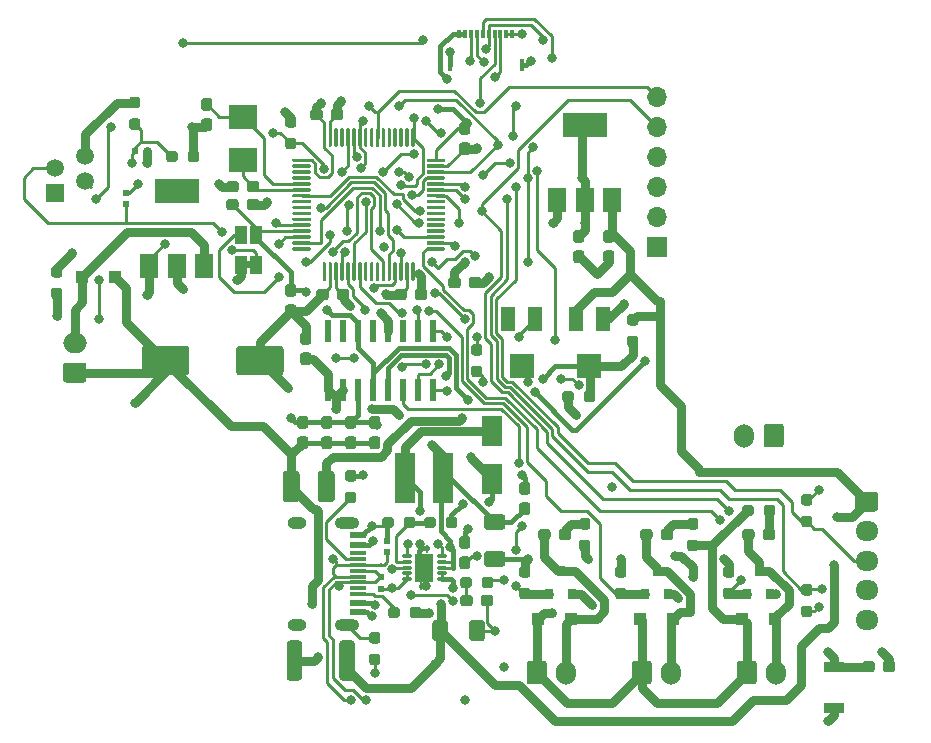
<source format=gbr>
%TF.GenerationSoftware,KiCad,Pcbnew,(5.1.8-0-10_14)*%
%TF.CreationDate,2020-12-22T15:13:40+01:00*%
%TF.ProjectId,sucker-one-mainboard,7375636b-6572-42d6-9f6e-652d6d61696e,rev?*%
%TF.SameCoordinates,Original*%
%TF.FileFunction,Copper,L1,Top*%
%TF.FilePolarity,Positive*%
%FSLAX46Y46*%
G04 Gerber Fmt 4.6, Leading zero omitted, Abs format (unit mm)*
G04 Created by KiCad (PCBNEW (5.1.8-0-10_14)) date 2020-12-22 15:13:40*
%MOMM*%
%LPD*%
G01*
G04 APERTURE LIST*
%TA.AperFunction,EtchedComponent*%
%ADD10C,0.100000*%
%TD*%
%TA.AperFunction,SMDPad,CuDef*%
%ADD11R,2.400000X2.000000*%
%TD*%
%TA.AperFunction,SMDPad,CuDef*%
%ADD12R,1.800000X2.500000*%
%TD*%
%TA.AperFunction,SMDPad,CuDef*%
%ADD13R,1.100000X1.100000*%
%TD*%
%TA.AperFunction,SMDPad,CuDef*%
%ADD14R,0.600000X0.500000*%
%TD*%
%TA.AperFunction,SMDPad,CuDef*%
%ADD15R,0.500000X0.600000*%
%TD*%
%TA.AperFunction,ComponentPad*%
%ADD16O,1.700000X2.000000*%
%TD*%
%TA.AperFunction,ComponentPad*%
%ADD17R,1.500000X1.500000*%
%TD*%
%TA.AperFunction,ComponentPad*%
%ADD18C,1.500000*%
%TD*%
%TA.AperFunction,ComponentPad*%
%ADD19O,2.000000X1.700000*%
%TD*%
%TA.AperFunction,ComponentPad*%
%ADD20O,1.950000X1.700000*%
%TD*%
%TA.AperFunction,ComponentPad*%
%ADD21R,1.700000X1.700000*%
%TD*%
%TA.AperFunction,ComponentPad*%
%ADD22O,1.700000X1.700000*%
%TD*%
%TA.AperFunction,SMDPad,CuDef*%
%ADD23R,1.000000X1.500000*%
%TD*%
%TA.AperFunction,SMDPad,CuDef*%
%ADD24R,1.800000X4.200000*%
%TD*%
%TA.AperFunction,SMDPad,CuDef*%
%ADD25R,0.800000X0.900000*%
%TD*%
%TA.AperFunction,SMDPad,CuDef*%
%ADD26R,1.300000X2.000000*%
%TD*%
%TA.AperFunction,SMDPad,CuDef*%
%ADD27R,2.000000X2.000000*%
%TD*%
%TA.AperFunction,SMDPad,CuDef*%
%ADD28R,1.700000X0.900000*%
%TD*%
%TA.AperFunction,SMDPad,CuDef*%
%ADD29R,3.800000X2.000000*%
%TD*%
%TA.AperFunction,SMDPad,CuDef*%
%ADD30R,1.500000X2.000000*%
%TD*%
%TA.AperFunction,SMDPad,CuDef*%
%ADD31O,0.850000X0.280000*%
%TD*%
%TA.AperFunction,SMDPad,CuDef*%
%ADD32R,0.280000X0.280000*%
%TD*%
%TA.AperFunction,SMDPad,CuDef*%
%ADD33R,0.680000X1.050000*%
%TD*%
%TA.AperFunction,SMDPad,CuDef*%
%ADD34R,0.280000X0.700000*%
%TD*%
%TA.AperFunction,SMDPad,CuDef*%
%ADD35R,0.260000X0.500000*%
%TD*%
%TA.AperFunction,SMDPad,CuDef*%
%ADD36R,1.650000X2.400000*%
%TD*%
%TA.AperFunction,SMDPad,CuDef*%
%ADD37R,0.600000X1.970000*%
%TD*%
%TA.AperFunction,ComponentPad*%
%ADD38O,1.600000X1.000000*%
%TD*%
%TA.AperFunction,ComponentPad*%
%ADD39O,2.100000X1.000000*%
%TD*%
%TA.AperFunction,SMDPad,CuDef*%
%ADD40R,1.450000X0.300000*%
%TD*%
%TA.AperFunction,SMDPad,CuDef*%
%ADD41R,1.450000X0.600000*%
%TD*%
%TA.AperFunction,SMDPad,CuDef*%
%ADD42R,0.300000X0.700000*%
%TD*%
%TA.AperFunction,SMDPad,CuDef*%
%ADD43R,0.300000X1.000000*%
%TD*%
%TA.AperFunction,ViaPad*%
%ADD44C,0.800000*%
%TD*%
%TA.AperFunction,Conductor*%
%ADD45C,0.250000*%
%TD*%
%TA.AperFunction,Conductor*%
%ADD46C,0.400000*%
%TD*%
%TA.AperFunction,Conductor*%
%ADD47C,0.800000*%
%TD*%
G04 APERTURE END LIST*
D10*
%TO.C,JP1*%
G36*
X80006000Y-72436000D02*
G01*
X79506000Y-72436000D01*
X79506000Y-71836000D01*
X80006000Y-71836000D01*
X80006000Y-72436000D01*
G37*
%TD*%
D11*
%TO.P,Y1,1*%
%TO.N,OSC_IN*%
X79248000Y-59618000D03*
%TO.P,Y1,2*%
%TO.N,OSC_OUT*%
X79248000Y-63318000D03*
%TD*%
%TO.P,C1,1*%
%TO.N,VDD*%
%TA.AperFunction,SMDPad,CuDef*%
G36*
G01*
X99444000Y-73422500D02*
X99444000Y-73897500D01*
G75*
G02*
X99206500Y-74135000I-237500J0D01*
G01*
X98606500Y-74135000D01*
G75*
G02*
X98369000Y-73897500I0J237500D01*
G01*
X98369000Y-73422500D01*
G75*
G02*
X98606500Y-73185000I237500J0D01*
G01*
X99206500Y-73185000D01*
G75*
G02*
X99444000Y-73422500I0J-237500D01*
G01*
G37*
%TD.AperFunction*%
%TO.P,C1,2*%
%TO.N,GND*%
%TA.AperFunction,SMDPad,CuDef*%
G36*
G01*
X97719000Y-73422500D02*
X97719000Y-73897500D01*
G75*
G02*
X97481500Y-74135000I-237500J0D01*
G01*
X96881500Y-74135000D01*
G75*
G02*
X96644000Y-73897500I0J237500D01*
G01*
X96644000Y-73422500D01*
G75*
G02*
X96881500Y-73185000I237500J0D01*
G01*
X97481500Y-73185000D01*
G75*
G02*
X97719000Y-73422500I0J-237500D01*
G01*
G37*
%TD.AperFunction*%
%TD*%
%TO.P,C2,1*%
%TO.N,VDD*%
%TA.AperFunction,SMDPad,CuDef*%
G36*
G01*
X97806500Y-60068000D02*
X98281500Y-60068000D01*
G75*
G02*
X98519000Y-60305500I0J-237500D01*
G01*
X98519000Y-60905500D01*
G75*
G02*
X98281500Y-61143000I-237500J0D01*
G01*
X97806500Y-61143000D01*
G75*
G02*
X97569000Y-60905500I0J237500D01*
G01*
X97569000Y-60305500D01*
G75*
G02*
X97806500Y-60068000I237500J0D01*
G01*
G37*
%TD.AperFunction*%
%TO.P,C2,2*%
%TO.N,GND*%
%TA.AperFunction,SMDPad,CuDef*%
G36*
G01*
X97806500Y-61793000D02*
X98281500Y-61793000D01*
G75*
G02*
X98519000Y-62030500I0J-237500D01*
G01*
X98519000Y-62630500D01*
G75*
G02*
X98281500Y-62868000I-237500J0D01*
G01*
X97806500Y-62868000D01*
G75*
G02*
X97569000Y-62630500I0J237500D01*
G01*
X97569000Y-62030500D01*
G75*
G02*
X97806500Y-61793000I237500J0D01*
G01*
G37*
%TD.AperFunction*%
%TD*%
%TO.P,C3,2*%
%TO.N,GND*%
%TA.AperFunction,SMDPad,CuDef*%
G36*
G01*
X109998500Y-70937000D02*
X110473500Y-70937000D01*
G75*
G02*
X110711000Y-71174500I0J-237500D01*
G01*
X110711000Y-71774500D01*
G75*
G02*
X110473500Y-72012000I-237500J0D01*
G01*
X109998500Y-72012000D01*
G75*
G02*
X109761000Y-71774500I0J237500D01*
G01*
X109761000Y-71174500D01*
G75*
G02*
X109998500Y-70937000I237500J0D01*
G01*
G37*
%TD.AperFunction*%
%TO.P,C3,1*%
%TO.N,VBUS*%
%TA.AperFunction,SMDPad,CuDef*%
G36*
G01*
X109998500Y-69212000D02*
X110473500Y-69212000D01*
G75*
G02*
X110711000Y-69449500I0J-237500D01*
G01*
X110711000Y-70049500D01*
G75*
G02*
X110473500Y-70287000I-237500J0D01*
G01*
X109998500Y-70287000D01*
G75*
G02*
X109761000Y-70049500I0J237500D01*
G01*
X109761000Y-69449500D01*
G75*
G02*
X109998500Y-69212000I237500J0D01*
G01*
G37*
%TD.AperFunction*%
%TD*%
%TO.P,C4,2*%
%TO.N,GND*%
%TA.AperFunction,SMDPad,CuDef*%
G36*
G01*
X88629500Y-86035000D02*
X88154500Y-86035000D01*
G75*
G02*
X87917000Y-85797500I0J237500D01*
G01*
X87917000Y-85197500D01*
G75*
G02*
X88154500Y-84960000I237500J0D01*
G01*
X88629500Y-84960000D01*
G75*
G02*
X88867000Y-85197500I0J-237500D01*
G01*
X88867000Y-85797500D01*
G75*
G02*
X88629500Y-86035000I-237500J0D01*
G01*
G37*
%TD.AperFunction*%
%TO.P,C4,1*%
%TO.N,+12V*%
%TA.AperFunction,SMDPad,CuDef*%
G36*
G01*
X88629500Y-87760000D02*
X88154500Y-87760000D01*
G75*
G02*
X87917000Y-87522500I0J237500D01*
G01*
X87917000Y-86922500D01*
G75*
G02*
X88154500Y-86685000I237500J0D01*
G01*
X88629500Y-86685000D01*
G75*
G02*
X88867000Y-86922500I0J-237500D01*
G01*
X88867000Y-87522500D01*
G75*
G02*
X88629500Y-87760000I-237500J0D01*
G01*
G37*
%TD.AperFunction*%
%TD*%
%TO.P,C5,2*%
%TO.N,GND*%
%TA.AperFunction,SMDPad,CuDef*%
G36*
G01*
X86543000Y-74438500D02*
X86543000Y-74913500D01*
G75*
G02*
X86305500Y-75151000I-237500J0D01*
G01*
X85705500Y-75151000D01*
G75*
G02*
X85468000Y-74913500I0J237500D01*
G01*
X85468000Y-74438500D01*
G75*
G02*
X85705500Y-74201000I237500J0D01*
G01*
X86305500Y-74201000D01*
G75*
G02*
X86543000Y-74438500I0J-237500D01*
G01*
G37*
%TD.AperFunction*%
%TO.P,C5,1*%
%TO.N,VDD*%
%TA.AperFunction,SMDPad,CuDef*%
G36*
G01*
X88268000Y-74438500D02*
X88268000Y-74913500D01*
G75*
G02*
X88030500Y-75151000I-237500J0D01*
G01*
X87430500Y-75151000D01*
G75*
G02*
X87193000Y-74913500I0J237500D01*
G01*
X87193000Y-74438500D01*
G75*
G02*
X87430500Y-74201000I237500J0D01*
G01*
X88030500Y-74201000D01*
G75*
G02*
X88268000Y-74438500I0J-237500D01*
G01*
G37*
%TD.AperFunction*%
%TD*%
%TO.P,C6,2*%
%TO.N,GND*%
%TA.AperFunction,SMDPad,CuDef*%
G36*
G01*
X75962500Y-59761000D02*
X76437500Y-59761000D01*
G75*
G02*
X76675000Y-59998500I0J-237500D01*
G01*
X76675000Y-60598500D01*
G75*
G02*
X76437500Y-60836000I-237500J0D01*
G01*
X75962500Y-60836000D01*
G75*
G02*
X75725000Y-60598500I0J237500D01*
G01*
X75725000Y-59998500D01*
G75*
G02*
X75962500Y-59761000I237500J0D01*
G01*
G37*
%TD.AperFunction*%
%TO.P,C6,1*%
%TO.N,OSC_IN*%
%TA.AperFunction,SMDPad,CuDef*%
G36*
G01*
X75962500Y-58036000D02*
X76437500Y-58036000D01*
G75*
G02*
X76675000Y-58273500I0J-237500D01*
G01*
X76675000Y-58873500D01*
G75*
G02*
X76437500Y-59111000I-237500J0D01*
G01*
X75962500Y-59111000D01*
G75*
G02*
X75725000Y-58873500I0J237500D01*
G01*
X75725000Y-58273500D01*
G75*
G02*
X75962500Y-58036000I237500J0D01*
G01*
G37*
%TD.AperFunction*%
%TD*%
%TO.P,C7,1*%
%TO.N,OSC_OUT*%
%TA.AperFunction,SMDPad,CuDef*%
G36*
G01*
X80648000Y-65294500D02*
X80648000Y-65769500D01*
G75*
G02*
X80410500Y-66007000I-237500J0D01*
G01*
X79810500Y-66007000D01*
G75*
G02*
X79573000Y-65769500I0J237500D01*
G01*
X79573000Y-65294500D01*
G75*
G02*
X79810500Y-65057000I237500J0D01*
G01*
X80410500Y-65057000D01*
G75*
G02*
X80648000Y-65294500I0J-237500D01*
G01*
G37*
%TD.AperFunction*%
%TO.P,C7,2*%
%TO.N,GND*%
%TA.AperFunction,SMDPad,CuDef*%
G36*
G01*
X78923000Y-65294500D02*
X78923000Y-65769500D01*
G75*
G02*
X78685500Y-66007000I-237500J0D01*
G01*
X78085500Y-66007000D01*
G75*
G02*
X77848000Y-65769500I0J237500D01*
G01*
X77848000Y-65294500D01*
G75*
G02*
X78085500Y-65057000I237500J0D01*
G01*
X78685500Y-65057000D01*
G75*
G02*
X78923000Y-65294500I0J-237500D01*
G01*
G37*
%TD.AperFunction*%
%TD*%
%TO.P,C8,1*%
%TO.N,+12V*%
%TA.AperFunction,SMDPad,CuDef*%
G36*
G01*
X90661500Y-87760000D02*
X90186500Y-87760000D01*
G75*
G02*
X89949000Y-87522500I0J237500D01*
G01*
X89949000Y-86922500D01*
G75*
G02*
X90186500Y-86685000I237500J0D01*
G01*
X90661500Y-86685000D01*
G75*
G02*
X90899000Y-86922500I0J-237500D01*
G01*
X90899000Y-87522500D01*
G75*
G02*
X90661500Y-87760000I-237500J0D01*
G01*
G37*
%TD.AperFunction*%
%TO.P,C8,2*%
%TO.N,GND*%
%TA.AperFunction,SMDPad,CuDef*%
G36*
G01*
X90661500Y-86035000D02*
X90186500Y-86035000D01*
G75*
G02*
X89949000Y-85797500I0J237500D01*
G01*
X89949000Y-85197500D01*
G75*
G02*
X90186500Y-84960000I237500J0D01*
G01*
X90661500Y-84960000D01*
G75*
G02*
X90899000Y-85197500I0J-237500D01*
G01*
X90899000Y-85797500D01*
G75*
G02*
X90661500Y-86035000I-237500J0D01*
G01*
G37*
%TD.AperFunction*%
%TD*%
%TO.P,C9,1*%
%TO.N,+12V*%
%TA.AperFunction,SMDPad,CuDef*%
G36*
G01*
X84565500Y-87760000D02*
X84090500Y-87760000D01*
G75*
G02*
X83853000Y-87522500I0J237500D01*
G01*
X83853000Y-86922500D01*
G75*
G02*
X84090500Y-86685000I237500J0D01*
G01*
X84565500Y-86685000D01*
G75*
G02*
X84803000Y-86922500I0J-237500D01*
G01*
X84803000Y-87522500D01*
G75*
G02*
X84565500Y-87760000I-237500J0D01*
G01*
G37*
%TD.AperFunction*%
%TO.P,C9,2*%
%TO.N,GND*%
%TA.AperFunction,SMDPad,CuDef*%
G36*
G01*
X84565500Y-86035000D02*
X84090500Y-86035000D01*
G75*
G02*
X83853000Y-85797500I0J237500D01*
G01*
X83853000Y-85197500D01*
G75*
G02*
X84090500Y-84960000I237500J0D01*
G01*
X84565500Y-84960000D01*
G75*
G02*
X84803000Y-85197500I0J-237500D01*
G01*
X84803000Y-85797500D01*
G75*
G02*
X84565500Y-86035000I-237500J0D01*
G01*
G37*
%TD.AperFunction*%
%TD*%
%TO.P,C10,1*%
%TO.N,VDD*%
%TA.AperFunction,SMDPad,CuDef*%
G36*
G01*
X84960000Y-59673500D02*
X84960000Y-59198500D01*
G75*
G02*
X85197500Y-58961000I237500J0D01*
G01*
X85797500Y-58961000D01*
G75*
G02*
X86035000Y-59198500I0J-237500D01*
G01*
X86035000Y-59673500D01*
G75*
G02*
X85797500Y-59911000I-237500J0D01*
G01*
X85197500Y-59911000D01*
G75*
G02*
X84960000Y-59673500I0J237500D01*
G01*
G37*
%TD.AperFunction*%
%TO.P,C10,2*%
%TO.N,GND*%
%TA.AperFunction,SMDPad,CuDef*%
G36*
G01*
X86685000Y-59673500D02*
X86685000Y-59198500D01*
G75*
G02*
X86922500Y-58961000I237500J0D01*
G01*
X87522500Y-58961000D01*
G75*
G02*
X87760000Y-59198500I0J-237500D01*
G01*
X87760000Y-59673500D01*
G75*
G02*
X87522500Y-59911000I-237500J0D01*
G01*
X86922500Y-59911000D01*
G75*
G02*
X86685000Y-59673500I0J237500D01*
G01*
G37*
%TD.AperFunction*%
%TD*%
%TO.P,C11,2*%
%TO.N,GND*%
%TA.AperFunction,SMDPad,CuDef*%
G36*
G01*
X107458500Y-70937000D02*
X107933500Y-70937000D01*
G75*
G02*
X108171000Y-71174500I0J-237500D01*
G01*
X108171000Y-71774500D01*
G75*
G02*
X107933500Y-72012000I-237500J0D01*
G01*
X107458500Y-72012000D01*
G75*
G02*
X107221000Y-71774500I0J237500D01*
G01*
X107221000Y-71174500D01*
G75*
G02*
X107458500Y-70937000I237500J0D01*
G01*
G37*
%TD.AperFunction*%
%TO.P,C11,1*%
%TO.N,VDD*%
%TA.AperFunction,SMDPad,CuDef*%
G36*
G01*
X107458500Y-69212000D02*
X107933500Y-69212000D01*
G75*
G02*
X108171000Y-69449500I0J-237500D01*
G01*
X108171000Y-70049500D01*
G75*
G02*
X107933500Y-70287000I-237500J0D01*
G01*
X107458500Y-70287000D01*
G75*
G02*
X107221000Y-70049500I0J237500D01*
G01*
X107221000Y-69449500D01*
G75*
G02*
X107458500Y-69212000I237500J0D01*
G01*
G37*
%TD.AperFunction*%
%TD*%
%TO.P,C12,2*%
%TO.N,GND*%
%TA.AperFunction,SMDPad,CuDef*%
G36*
G01*
X86597500Y-86035000D02*
X86122500Y-86035000D01*
G75*
G02*
X85885000Y-85797500I0J237500D01*
G01*
X85885000Y-85197500D01*
G75*
G02*
X86122500Y-84960000I237500J0D01*
G01*
X86597500Y-84960000D01*
G75*
G02*
X86835000Y-85197500I0J-237500D01*
G01*
X86835000Y-85797500D01*
G75*
G02*
X86597500Y-86035000I-237500J0D01*
G01*
G37*
%TD.AperFunction*%
%TO.P,C12,1*%
%TO.N,+12V*%
%TA.AperFunction,SMDPad,CuDef*%
G36*
G01*
X86597500Y-87760000D02*
X86122500Y-87760000D01*
G75*
G02*
X85885000Y-87522500I0J237500D01*
G01*
X85885000Y-86922500D01*
G75*
G02*
X86122500Y-86685000I237500J0D01*
G01*
X86597500Y-86685000D01*
G75*
G02*
X86835000Y-86922500I0J-237500D01*
G01*
X86835000Y-87522500D01*
G75*
G02*
X86597500Y-87760000I-237500J0D01*
G01*
G37*
%TD.AperFunction*%
%TD*%
%TO.P,C13,1*%
%TO.N,VDD*%
%TA.AperFunction,SMDPad,CuDef*%
G36*
G01*
X94872000Y-74438500D02*
X94872000Y-74913500D01*
G75*
G02*
X94634500Y-75151000I-237500J0D01*
G01*
X94034500Y-75151000D01*
G75*
G02*
X93797000Y-74913500I0J237500D01*
G01*
X93797000Y-74438500D01*
G75*
G02*
X94034500Y-74201000I237500J0D01*
G01*
X94634500Y-74201000D01*
G75*
G02*
X94872000Y-74438500I0J-237500D01*
G01*
G37*
%TD.AperFunction*%
%TO.P,C13,2*%
%TO.N,GND*%
%TA.AperFunction,SMDPad,CuDef*%
G36*
G01*
X93147000Y-74438500D02*
X93147000Y-74913500D01*
G75*
G02*
X92909500Y-75151000I-237500J0D01*
G01*
X92309500Y-75151000D01*
G75*
G02*
X92072000Y-74913500I0J237500D01*
G01*
X92072000Y-74438500D01*
G75*
G02*
X92309500Y-74201000I237500J0D01*
G01*
X92909500Y-74201000D01*
G75*
G02*
X93147000Y-74438500I0J-237500D01*
G01*
G37*
%TD.AperFunction*%
%TD*%
%TO.P,C14,2*%
%TO.N,GND*%
%TA.AperFunction,SMDPad,CuDef*%
G36*
G01*
X83074500Y-75509000D02*
X83549500Y-75509000D01*
G75*
G02*
X83787000Y-75746500I0J-237500D01*
G01*
X83787000Y-76346500D01*
G75*
G02*
X83549500Y-76584000I-237500J0D01*
G01*
X83074500Y-76584000D01*
G75*
G02*
X82837000Y-76346500I0J237500D01*
G01*
X82837000Y-75746500D01*
G75*
G02*
X83074500Y-75509000I237500J0D01*
G01*
G37*
%TD.AperFunction*%
%TO.P,C14,1*%
%TO.N,VDDA*%
%TA.AperFunction,SMDPad,CuDef*%
G36*
G01*
X83074500Y-73784000D02*
X83549500Y-73784000D01*
G75*
G02*
X83787000Y-74021500I0J-237500D01*
G01*
X83787000Y-74621500D01*
G75*
G02*
X83549500Y-74859000I-237500J0D01*
G01*
X83074500Y-74859000D01*
G75*
G02*
X82837000Y-74621500I0J237500D01*
G01*
X82837000Y-74021500D01*
G75*
G02*
X83074500Y-73784000I237500J0D01*
G01*
G37*
%TD.AperFunction*%
%TD*%
%TO.P,C15,2*%
%TO.N,VBUS*%
%TA.AperFunction,SMDPad,CuDef*%
G36*
G01*
X96636000Y-102473999D02*
X96636000Y-103774001D01*
G75*
G02*
X96386001Y-104024000I-249999J0D01*
G01*
X95560999Y-104024000D01*
G75*
G02*
X95311000Y-103774001I0J249999D01*
G01*
X95311000Y-102473999D01*
G75*
G02*
X95560999Y-102224000I249999J0D01*
G01*
X96386001Y-102224000D01*
G75*
G02*
X96636000Y-102473999I0J-249999D01*
G01*
G37*
%TD.AperFunction*%
%TO.P,C15,1*%
%TO.N,GND*%
%TA.AperFunction,SMDPad,CuDef*%
G36*
G01*
X99761000Y-102473999D02*
X99761000Y-103774001D01*
G75*
G02*
X99511001Y-104024000I-249999J0D01*
G01*
X98685999Y-104024000D01*
G75*
G02*
X98436000Y-103774001I0J249999D01*
G01*
X98436000Y-102473999D01*
G75*
G02*
X98685999Y-102224000I249999J0D01*
G01*
X99511001Y-102224000D01*
G75*
G02*
X99761000Y-102473999I0J-249999D01*
G01*
G37*
%TD.AperFunction*%
%TD*%
%TO.P,C16,1*%
%TO.N,GND*%
%TA.AperFunction,SMDPad,CuDef*%
G36*
G01*
X101234001Y-97729000D02*
X99933999Y-97729000D01*
G75*
G02*
X99684000Y-97479001I0J249999D01*
G01*
X99684000Y-96653999D01*
G75*
G02*
X99933999Y-96404000I249999J0D01*
G01*
X101234001Y-96404000D01*
G75*
G02*
X101484000Y-96653999I0J-249999D01*
G01*
X101484000Y-97479001D01*
G75*
G02*
X101234001Y-97729000I-249999J0D01*
G01*
G37*
%TD.AperFunction*%
%TO.P,C16,2*%
%TO.N,VBUS*%
%TA.AperFunction,SMDPad,CuDef*%
G36*
G01*
X101234001Y-94604000D02*
X99933999Y-94604000D01*
G75*
G02*
X99684000Y-94354001I0J249999D01*
G01*
X99684000Y-93528999D01*
G75*
G02*
X99933999Y-93279000I249999J0D01*
G01*
X101234001Y-93279000D01*
G75*
G02*
X101484000Y-93528999I0J-249999D01*
G01*
X101484000Y-94354001D01*
G75*
G02*
X101234001Y-94604000I-249999J0D01*
G01*
G37*
%TD.AperFunction*%
%TD*%
%TO.P,C17,2*%
%TO.N,Net-(C17-Pad2)*%
%TA.AperFunction,SMDPad,CuDef*%
G36*
G01*
X98735000Y-100346500D02*
X98735000Y-100821500D01*
G75*
G02*
X98497500Y-101059000I-237500J0D01*
G01*
X97897500Y-101059000D01*
G75*
G02*
X97660000Y-100821500I0J237500D01*
G01*
X97660000Y-100346500D01*
G75*
G02*
X97897500Y-100109000I237500J0D01*
G01*
X98497500Y-100109000D01*
G75*
G02*
X98735000Y-100346500I0J-237500D01*
G01*
G37*
%TD.AperFunction*%
%TO.P,C17,1*%
%TO.N,GND*%
%TA.AperFunction,SMDPad,CuDef*%
G36*
G01*
X100460000Y-100346500D02*
X100460000Y-100821500D01*
G75*
G02*
X100222500Y-101059000I-237500J0D01*
G01*
X99622500Y-101059000D01*
G75*
G02*
X99385000Y-100821500I0J237500D01*
G01*
X99385000Y-100346500D01*
G75*
G02*
X99622500Y-100109000I237500J0D01*
G01*
X100222500Y-100109000D01*
G75*
G02*
X100460000Y-100346500I0J-237500D01*
G01*
G37*
%TD.AperFunction*%
%TD*%
%TO.P,C18,1*%
%TO.N,VBUS*%
%TA.AperFunction,SMDPad,CuDef*%
G36*
G01*
X103361500Y-93348000D02*
X102886500Y-93348000D01*
G75*
G02*
X102649000Y-93110500I0J237500D01*
G01*
X102649000Y-92510500D01*
G75*
G02*
X102886500Y-92273000I237500J0D01*
G01*
X103361500Y-92273000D01*
G75*
G02*
X103599000Y-92510500I0J-237500D01*
G01*
X103599000Y-93110500D01*
G75*
G02*
X103361500Y-93348000I-237500J0D01*
G01*
G37*
%TD.AperFunction*%
%TO.P,C18,2*%
%TO.N,GND*%
%TA.AperFunction,SMDPad,CuDef*%
G36*
G01*
X103361500Y-91623000D02*
X102886500Y-91623000D01*
G75*
G02*
X102649000Y-91385500I0J237500D01*
G01*
X102649000Y-90785500D01*
G75*
G02*
X102886500Y-90548000I237500J0D01*
G01*
X103361500Y-90548000D01*
G75*
G02*
X103599000Y-90785500I0J-237500D01*
G01*
X103599000Y-91385500D01*
G75*
G02*
X103361500Y-91623000I-237500J0D01*
G01*
G37*
%TD.AperFunction*%
%TD*%
%TO.P,C19,1*%
%TO.N,GND*%
%TA.AperFunction,SMDPad,CuDef*%
G36*
G01*
X134496000Y-105934500D02*
X134496000Y-106409500D01*
G75*
G02*
X134258500Y-106647000I-237500J0D01*
G01*
X133658500Y-106647000D01*
G75*
G02*
X133421000Y-106409500I0J237500D01*
G01*
X133421000Y-105934500D01*
G75*
G02*
X133658500Y-105697000I237500J0D01*
G01*
X134258500Y-105697000D01*
G75*
G02*
X134496000Y-105934500I0J-237500D01*
G01*
G37*
%TD.AperFunction*%
%TO.P,C19,2*%
%TO.N,NRST*%
%TA.AperFunction,SMDPad,CuDef*%
G36*
G01*
X132771000Y-105934500D02*
X132771000Y-106409500D01*
G75*
G02*
X132533500Y-106647000I-237500J0D01*
G01*
X131933500Y-106647000D01*
G75*
G02*
X131696000Y-106409500I0J237500D01*
G01*
X131696000Y-105934500D01*
G75*
G02*
X131933500Y-105697000I237500J0D01*
G01*
X132533500Y-105697000D01*
G75*
G02*
X132771000Y-105934500I0J-237500D01*
G01*
G37*
%TD.AperFunction*%
%TD*%
%TO.P,C20,2*%
%TO.N,Net-(C20-Pad2)*%
%TA.AperFunction,SMDPad,CuDef*%
G36*
G01*
X97806500Y-96845000D02*
X98281500Y-96845000D01*
G75*
G02*
X98519000Y-97082500I0J-237500D01*
G01*
X98519000Y-97682500D01*
G75*
G02*
X98281500Y-97920000I-237500J0D01*
G01*
X97806500Y-97920000D01*
G75*
G02*
X97569000Y-97682500I0J237500D01*
G01*
X97569000Y-97082500D01*
G75*
G02*
X97806500Y-96845000I237500J0D01*
G01*
G37*
%TD.AperFunction*%
%TO.P,C20,1*%
%TO.N,GND*%
%TA.AperFunction,SMDPad,CuDef*%
G36*
G01*
X97806500Y-95120000D02*
X98281500Y-95120000D01*
G75*
G02*
X98519000Y-95357500I0J-237500D01*
G01*
X98519000Y-95957500D01*
G75*
G02*
X98281500Y-96195000I-237500J0D01*
G01*
X97806500Y-96195000D01*
G75*
G02*
X97569000Y-95957500I0J237500D01*
G01*
X97569000Y-95357500D01*
G75*
G02*
X97806500Y-95120000I237500J0D01*
G01*
G37*
%TD.AperFunction*%
%TD*%
%TO.P,C21,1*%
%TO.N,+12V*%
%TA.AperFunction,SMDPad,CuDef*%
G36*
G01*
X70708000Y-81264000D02*
X70708000Y-79264000D01*
G75*
G02*
X70958000Y-79014000I250000J0D01*
G01*
X74458000Y-79014000D01*
G75*
G02*
X74708000Y-79264000I0J-250000D01*
G01*
X74708000Y-81264000D01*
G75*
G02*
X74458000Y-81514000I-250000J0D01*
G01*
X70958000Y-81514000D01*
G75*
G02*
X70708000Y-81264000I0J250000D01*
G01*
G37*
%TD.AperFunction*%
%TO.P,C21,2*%
%TO.N,GND*%
%TA.AperFunction,SMDPad,CuDef*%
G36*
G01*
X78708000Y-81264000D02*
X78708000Y-79264000D01*
G75*
G02*
X78958000Y-79014000I250000J0D01*
G01*
X82458000Y-79014000D01*
G75*
G02*
X82708000Y-79264000I0J-250000D01*
G01*
X82708000Y-81264000D01*
G75*
G02*
X82458000Y-81514000I-250000J0D01*
G01*
X78958000Y-81514000D01*
G75*
G02*
X78708000Y-81264000I0J250000D01*
G01*
G37*
%TD.AperFunction*%
%TD*%
%TO.P,C22,1*%
%TO.N,GND*%
%TA.AperFunction,SMDPad,CuDef*%
G36*
G01*
X84344500Y-77848000D02*
X84819500Y-77848000D01*
G75*
G02*
X85057000Y-78085500I0J-237500D01*
G01*
X85057000Y-78685500D01*
G75*
G02*
X84819500Y-78923000I-237500J0D01*
G01*
X84344500Y-78923000D01*
G75*
G02*
X84107000Y-78685500I0J237500D01*
G01*
X84107000Y-78085500D01*
G75*
G02*
X84344500Y-77848000I237500J0D01*
G01*
G37*
%TD.AperFunction*%
%TO.P,C22,2*%
%TO.N,VBUS*%
%TA.AperFunction,SMDPad,CuDef*%
G36*
G01*
X84344500Y-79573000D02*
X84819500Y-79573000D01*
G75*
G02*
X85057000Y-79810500I0J-237500D01*
G01*
X85057000Y-80410500D01*
G75*
G02*
X84819500Y-80648000I-237500J0D01*
G01*
X84344500Y-80648000D01*
G75*
G02*
X84107000Y-80410500I0J237500D01*
G01*
X84107000Y-79810500D01*
G75*
G02*
X84344500Y-79573000I237500J0D01*
G01*
G37*
%TD.AperFunction*%
%TD*%
D12*
%TO.P,D1,1*%
%TO.N,Net-(D1-Pad1)*%
X100330000Y-90265000D03*
%TO.P,D1,2*%
%TO.N,Net-(D1-Pad2)*%
X100330000Y-86265000D03*
%TD*%
%TO.P,D2,1*%
%TO.N,Net-(D2-Pad1)*%
%TA.AperFunction,SMDPad,CuDef*%
G36*
G01*
X112900000Y-95233500D02*
X112900000Y-94758500D01*
G75*
G02*
X113137500Y-94521000I237500J0D01*
G01*
X113712500Y-94521000D01*
G75*
G02*
X113950000Y-94758500I0J-237500D01*
G01*
X113950000Y-95233500D01*
G75*
G02*
X113712500Y-95471000I-237500J0D01*
G01*
X113137500Y-95471000D01*
G75*
G02*
X112900000Y-95233500I0J237500D01*
G01*
G37*
%TD.AperFunction*%
%TO.P,D2,2*%
%TO.N,Net-(D2-Pad2)*%
%TA.AperFunction,SMDPad,CuDef*%
G36*
G01*
X114650000Y-95233500D02*
X114650000Y-94758500D01*
G75*
G02*
X114887500Y-94521000I237500J0D01*
G01*
X115462500Y-94521000D01*
G75*
G02*
X115700000Y-94758500I0J-237500D01*
G01*
X115700000Y-95233500D01*
G75*
G02*
X115462500Y-95471000I-237500J0D01*
G01*
X114887500Y-95471000D01*
G75*
G02*
X114650000Y-95233500I0J237500D01*
G01*
G37*
%TD.AperFunction*%
%TD*%
D13*
%TO.P,D3,2*%
%TO.N,Net-(D2-Pad1)*%
X115700000Y-102108000D03*
%TO.P,D3,1*%
%TO.N,+12V*%
X112900000Y-102108000D03*
%TD*%
D14*
%TO.P,D4,2*%
%TO.N,GND*%
X71112000Y-62484000D03*
%TO.P,D4,1*%
%TO.N,FOOTPEDAL*%
X70112000Y-62484000D03*
%TD*%
D15*
%TO.P,D6,1*%
%TO.N,D+*%
X90932000Y-98568000D03*
%TO.P,D6,2*%
%TO.N,GND*%
X90932000Y-99568000D03*
%TD*%
%TO.P,D7,2*%
%TO.N,Net-(D7-Pad2)*%
%TA.AperFunction,SMDPad,CuDef*%
G36*
G01*
X123286000Y-95233500D02*
X123286000Y-94758500D01*
G75*
G02*
X123523500Y-94521000I237500J0D01*
G01*
X124098500Y-94521000D01*
G75*
G02*
X124336000Y-94758500I0J-237500D01*
G01*
X124336000Y-95233500D01*
G75*
G02*
X124098500Y-95471000I-237500J0D01*
G01*
X123523500Y-95471000D01*
G75*
G02*
X123286000Y-95233500I0J237500D01*
G01*
G37*
%TD.AperFunction*%
%TO.P,D7,1*%
%TO.N,Net-(D7-Pad1)*%
%TA.AperFunction,SMDPad,CuDef*%
G36*
G01*
X121536000Y-95233500D02*
X121536000Y-94758500D01*
G75*
G02*
X121773500Y-94521000I237500J0D01*
G01*
X122348500Y-94521000D01*
G75*
G02*
X122586000Y-94758500I0J-237500D01*
G01*
X122586000Y-95233500D01*
G75*
G02*
X122348500Y-95471000I-237500J0D01*
G01*
X121773500Y-95471000D01*
G75*
G02*
X121536000Y-95233500I0J237500D01*
G01*
G37*
%TD.AperFunction*%
%TD*%
%TO.P,D8,1*%
%TO.N,Net-(D10-Pad2)*%
%TA.AperFunction,SMDPad,CuDef*%
G36*
G01*
X104264000Y-95233500D02*
X104264000Y-94758500D01*
G75*
G02*
X104501500Y-94521000I237500J0D01*
G01*
X105076500Y-94521000D01*
G75*
G02*
X105314000Y-94758500I0J-237500D01*
G01*
X105314000Y-95233500D01*
G75*
G02*
X105076500Y-95471000I-237500J0D01*
G01*
X104501500Y-95471000D01*
G75*
G02*
X104264000Y-95233500I0J237500D01*
G01*
G37*
%TD.AperFunction*%
%TO.P,D8,2*%
%TO.N,Net-(D8-Pad2)*%
%TA.AperFunction,SMDPad,CuDef*%
G36*
G01*
X106014000Y-95233500D02*
X106014000Y-94758500D01*
G75*
G02*
X106251500Y-94521000I237500J0D01*
G01*
X106826500Y-94521000D01*
G75*
G02*
X107064000Y-94758500I0J-237500D01*
G01*
X107064000Y-95233500D01*
G75*
G02*
X106826500Y-95471000I-237500J0D01*
G01*
X106251500Y-95471000D01*
G75*
G02*
X106014000Y-95233500I0J237500D01*
G01*
G37*
%TD.AperFunction*%
%TD*%
D13*
%TO.P,D9,1*%
%TO.N,+12V*%
X121536000Y-102108000D03*
%TO.P,D9,2*%
%TO.N,Net-(D7-Pad1)*%
X124336000Y-102108000D03*
%TD*%
%TO.P,D10,2*%
%TO.N,Net-(D10-Pad2)*%
X107064000Y-102108000D03*
%TO.P,D10,1*%
%TO.N,+12V*%
X104264000Y-102108000D03*
%TD*%
%TO.P,D11,1*%
%TO.N,+12V*%
X68456000Y-73152000D03*
%TO.P,D11,2*%
%TO.N,Net-(D11-Pad2)*%
X65656000Y-73152000D03*
%TD*%
%TO.P,F1,1*%
%TO.N,+12V*%
%TA.AperFunction,SMDPad,CuDef*%
G36*
G01*
X82636000Y-92007000D02*
X82636000Y-89857000D01*
G75*
G02*
X82886000Y-89607000I250000J0D01*
G01*
X83811000Y-89607000D01*
G75*
G02*
X84061000Y-89857000I0J-250000D01*
G01*
X84061000Y-92007000D01*
G75*
G02*
X83811000Y-92257000I-250000J0D01*
G01*
X82886000Y-92257000D01*
G75*
G02*
X82636000Y-92007000I0J250000D01*
G01*
G37*
%TD.AperFunction*%
%TO.P,F1,2*%
%TO.N,Net-(D1-Pad1)*%
%TA.AperFunction,SMDPad,CuDef*%
G36*
G01*
X85611000Y-92007000D02*
X85611000Y-89857000D01*
G75*
G02*
X85861000Y-89607000I250000J0D01*
G01*
X86786000Y-89607000D01*
G75*
G02*
X87036000Y-89857000I0J-250000D01*
G01*
X87036000Y-92007000D01*
G75*
G02*
X86786000Y-92257000I-250000J0D01*
G01*
X85861000Y-92257000D01*
G75*
G02*
X85611000Y-92007000I0J250000D01*
G01*
G37*
%TD.AperFunction*%
%TD*%
%TO.P,F2,1*%
%TO.N,Net-(F2-Pad1)*%
%TA.AperFunction,SMDPad,CuDef*%
G36*
G01*
X82977000Y-107114000D02*
X82977000Y-104214000D01*
G75*
G02*
X83227000Y-103964000I250000J0D01*
G01*
X84027000Y-103964000D01*
G75*
G02*
X84277000Y-104214000I0J-250000D01*
G01*
X84277000Y-107114000D01*
G75*
G02*
X84027000Y-107364000I-250000J0D01*
G01*
X83227000Y-107364000D01*
G75*
G02*
X82977000Y-107114000I0J250000D01*
G01*
G37*
%TD.AperFunction*%
%TO.P,F2,2*%
%TO.N,VBUS*%
%TA.AperFunction,SMDPad,CuDef*%
G36*
G01*
X87427000Y-107114000D02*
X87427000Y-104214000D01*
G75*
G02*
X87677000Y-103964000I250000J0D01*
G01*
X88477000Y-103964000D01*
G75*
G02*
X88727000Y-104214000I0J-250000D01*
G01*
X88727000Y-107114000D01*
G75*
G02*
X88477000Y-107364000I-250000J0D01*
G01*
X87677000Y-107364000D01*
G75*
G02*
X87427000Y-107114000I0J250000D01*
G01*
G37*
%TD.AperFunction*%
%TD*%
%TO.P,FB1,1*%
%TO.N,VDD*%
%TA.AperFunction,SMDPad,CuDef*%
G36*
G01*
X80648000Y-66818500D02*
X80648000Y-67293500D01*
G75*
G02*
X80410500Y-67531000I-237500J0D01*
G01*
X79835500Y-67531000D01*
G75*
G02*
X79598000Y-67293500I0J237500D01*
G01*
X79598000Y-66818500D01*
G75*
G02*
X79835500Y-66581000I237500J0D01*
G01*
X80410500Y-66581000D01*
G75*
G02*
X80648000Y-66818500I0J-237500D01*
G01*
G37*
%TD.AperFunction*%
%TO.P,FB1,2*%
%TO.N,VDDA*%
%TA.AperFunction,SMDPad,CuDef*%
G36*
G01*
X78898000Y-66818500D02*
X78898000Y-67293500D01*
G75*
G02*
X78660500Y-67531000I-237500J0D01*
G01*
X78085500Y-67531000D01*
G75*
G02*
X77848000Y-67293500I0J237500D01*
G01*
X77848000Y-66818500D01*
G75*
G02*
X78085500Y-66581000I237500J0D01*
G01*
X78660500Y-66581000D01*
G75*
G02*
X78898000Y-66818500I0J-237500D01*
G01*
G37*
%TD.AperFunction*%
%TD*%
%TO.P,J1,1*%
%TO.N,+12V*%
%TA.AperFunction,ComponentPad*%
G36*
G01*
X112180000Y-107430000D02*
X112180000Y-105930000D01*
G75*
G02*
X112430000Y-105680000I250000J0D01*
G01*
X113630000Y-105680000D01*
G75*
G02*
X113880000Y-105930000I0J-250000D01*
G01*
X113880000Y-107430000D01*
G75*
G02*
X113630000Y-107680000I-250000J0D01*
G01*
X112430000Y-107680000D01*
G75*
G02*
X112180000Y-107430000I0J250000D01*
G01*
G37*
%TD.AperFunction*%
D16*
%TO.P,J1,2*%
%TO.N,Net-(D2-Pad1)*%
X115530000Y-106680000D03*
%TD*%
%TO.P,J2,2*%
%TO.N,Net-(D7-Pad1)*%
X124420000Y-106680000D03*
%TO.P,J2,1*%
%TO.N,+12V*%
%TA.AperFunction,ComponentPad*%
G36*
G01*
X121070000Y-107430000D02*
X121070000Y-105930000D01*
G75*
G02*
X121320000Y-105680000I250000J0D01*
G01*
X122520000Y-105680000D01*
G75*
G02*
X122770000Y-105930000I0J-250000D01*
G01*
X122770000Y-107430000D01*
G75*
G02*
X122520000Y-107680000I-250000J0D01*
G01*
X121320000Y-107680000D01*
G75*
G02*
X121070000Y-107430000I0J250000D01*
G01*
G37*
%TD.AperFunction*%
%TD*%
D17*
%TO.P,J3,1*%
%TO.N,GND*%
X63373000Y-66040000D03*
D18*
%TO.P,J3,2*%
%TO.N,FOOTPEDAL*%
X65913000Y-65020000D03*
%TO.P,J3,3*%
%TO.N,FOOTPEDAL_AUX*%
X63373000Y-64000000D03*
%TO.P,J3,4*%
%TO.N,VDD*%
X65913000Y-62980000D03*
%TD*%
%TO.P,J4,1*%
%TO.N,+12V*%
%TA.AperFunction,ComponentPad*%
G36*
G01*
X103290000Y-107430000D02*
X103290000Y-105930000D01*
G75*
G02*
X103540000Y-105680000I250000J0D01*
G01*
X104740000Y-105680000D01*
G75*
G02*
X104990000Y-105930000I0J-250000D01*
G01*
X104990000Y-107430000D01*
G75*
G02*
X104740000Y-107680000I-250000J0D01*
G01*
X103540000Y-107680000D01*
G75*
G02*
X103290000Y-107430000I0J250000D01*
G01*
G37*
%TD.AperFunction*%
D16*
%TO.P,J4,2*%
%TO.N,Net-(D10-Pad2)*%
X106640000Y-106680000D03*
%TD*%
D19*
%TO.P,J10,2*%
%TO.N,Net-(D11-Pad2)*%
X65024000Y-78780000D03*
%TO.P,J10,1*%
%TO.N,+12V*%
%TA.AperFunction,ComponentPad*%
G36*
G01*
X65774000Y-82130000D02*
X64274000Y-82130000D01*
G75*
G02*
X64024000Y-81880000I0J250000D01*
G01*
X64024000Y-80680000D01*
G75*
G02*
X64274000Y-80430000I250000J0D01*
G01*
X65774000Y-80430000D01*
G75*
G02*
X66024000Y-80680000I0J-250000D01*
G01*
X66024000Y-81880000D01*
G75*
G02*
X65774000Y-82130000I-250000J0D01*
G01*
G37*
%TD.AperFunction*%
%TD*%
%TO.P,J11,1*%
%TO.N,VBUS*%
%TA.AperFunction,ComponentPad*%
G36*
G01*
X131355000Y-91352000D02*
X132805000Y-91352000D01*
G75*
G02*
X133055000Y-91602000I0J-250000D01*
G01*
X133055000Y-92802000D01*
G75*
G02*
X132805000Y-93052000I-250000J0D01*
G01*
X131355000Y-93052000D01*
G75*
G02*
X131105000Y-92802000I0J250000D01*
G01*
X131105000Y-91602000D01*
G75*
G02*
X131355000Y-91352000I250000J0D01*
G01*
G37*
%TD.AperFunction*%
D20*
%TO.P,J11,2*%
%TO.N,VDD*%
X132080000Y-94702000D03*
%TO.P,J11,3*%
%TO.N,I2C1_SDA*%
X132080000Y-97202000D03*
%TO.P,J11,4*%
%TO.N,I2C1_SCL*%
X132080000Y-99702000D03*
%TO.P,J11,5*%
%TO.N,GND*%
X132080000Y-102202000D03*
%TD*%
D21*
%TO.P,J12,1*%
%TO.N,VDD*%
X114300000Y-70612000D03*
D22*
%TO.P,J12,2*%
%TO.N,JTCK*%
X114300000Y-68072000D03*
%TO.P,J12,3*%
%TO.N,GND*%
X114300000Y-65532000D03*
%TO.P,J12,4*%
%TO.N,JTMS*%
X114300000Y-62992000D03*
%TO.P,J12,5*%
%TO.N,NRST*%
X114300000Y-60452000D03*
%TO.P,J12,6*%
%TO.N,JTDO*%
X114300000Y-57912000D03*
%TD*%
D23*
%TO.P,JP1,1*%
%TO.N,GNDA*%
X80406000Y-72136000D03*
%TO.P,JP1,2*%
%TO.N,GND*%
X79106000Y-72136000D03*
%TD*%
%TO.P,JP2,2*%
%TO.N,VDDA*%
X80406000Y-69596000D03*
%TO.P,JP2,1*%
%TO.N,Net-(JP2-Pad1)*%
X79106000Y-69596000D03*
%TD*%
D24*
%TO.P,L1,2*%
%TO.N,VBUS*%
X96215000Y-90170000D03*
%TO.P,L1,1*%
%TO.N,Net-(D1-Pad2)*%
X93015000Y-90170000D03*
%TD*%
D25*
%TO.P,Q1,3*%
%TO.N,Net-(D2-Pad1)*%
X114300000Y-98060000D03*
%TO.P,Q1,2*%
%TO.N,GND*%
X115250000Y-100060000D03*
%TO.P,Q1,1*%
%TO.N,NC_VALVE*%
X113350000Y-100060000D03*
%TD*%
%TO.P,Q2,3*%
%TO.N,Net-(D7-Pad1)*%
X122936000Y-98060000D03*
%TO.P,Q2,2*%
%TO.N,GND*%
X123886000Y-100060000D03*
%TO.P,Q2,1*%
%TO.N,NO_VALVE*%
X121986000Y-100060000D03*
%TD*%
%TO.P,Q3,1*%
%TO.N,3_WAY_VALVE*%
X105222000Y-100060000D03*
%TO.P,Q3,2*%
%TO.N,GND*%
X107122000Y-100060000D03*
%TO.P,Q3,3*%
%TO.N,Net-(D10-Pad2)*%
X106172000Y-98060000D03*
%TD*%
%TO.P,R1,2*%
%TO.N,Net-(R1-Pad2)*%
%TA.AperFunction,SMDPad,CuDef*%
G36*
G01*
X88154500Y-91357000D02*
X88629500Y-91357000D01*
G75*
G02*
X88867000Y-91594500I0J-237500D01*
G01*
X88867000Y-92094500D01*
G75*
G02*
X88629500Y-92332000I-237500J0D01*
G01*
X88154500Y-92332000D01*
G75*
G02*
X87917000Y-92094500I0J237500D01*
G01*
X87917000Y-91594500D01*
G75*
G02*
X88154500Y-91357000I237500J0D01*
G01*
G37*
%TD.AperFunction*%
%TO.P,R1,1*%
%TO.N,GND*%
%TA.AperFunction,SMDPad,CuDef*%
G36*
G01*
X88154500Y-89532000D02*
X88629500Y-89532000D01*
G75*
G02*
X88867000Y-89769500I0J-237500D01*
G01*
X88867000Y-90269500D01*
G75*
G02*
X88629500Y-90507000I-237500J0D01*
G01*
X88154500Y-90507000D01*
G75*
G02*
X87917000Y-90269500I0J237500D01*
G01*
X87917000Y-89769500D01*
G75*
G02*
X88154500Y-89532000I237500J0D01*
G01*
G37*
%TD.AperFunction*%
%TD*%
%TO.P,R2,1*%
%TO.N,GND*%
%TA.AperFunction,SMDPad,CuDef*%
G36*
G01*
X90661500Y-106048000D02*
X90186500Y-106048000D01*
G75*
G02*
X89949000Y-105810500I0J237500D01*
G01*
X89949000Y-105310500D01*
G75*
G02*
X90186500Y-105073000I237500J0D01*
G01*
X90661500Y-105073000D01*
G75*
G02*
X90899000Y-105310500I0J-237500D01*
G01*
X90899000Y-105810500D01*
G75*
G02*
X90661500Y-106048000I-237500J0D01*
G01*
G37*
%TD.AperFunction*%
%TO.P,R2,2*%
%TO.N,Net-(R2-Pad2)*%
%TA.AperFunction,SMDPad,CuDef*%
G36*
G01*
X90661500Y-104223000D02*
X90186500Y-104223000D01*
G75*
G02*
X89949000Y-103985500I0J237500D01*
G01*
X89949000Y-103485500D01*
G75*
G02*
X90186500Y-103248000I237500J0D01*
G01*
X90661500Y-103248000D01*
G75*
G02*
X90899000Y-103485500I0J-237500D01*
G01*
X90899000Y-103985500D01*
G75*
G02*
X90661500Y-104223000I-237500J0D01*
G01*
G37*
%TD.AperFunction*%
%TD*%
%TO.P,R3,1*%
%TO.N,GND*%
%TA.AperFunction,SMDPad,CuDef*%
G36*
G01*
X94364000Y-101362500D02*
X94364000Y-101837500D01*
G75*
G02*
X94126500Y-102075000I-237500J0D01*
G01*
X93626500Y-102075000D01*
G75*
G02*
X93389000Y-101837500I0J237500D01*
G01*
X93389000Y-101362500D01*
G75*
G02*
X93626500Y-101125000I237500J0D01*
G01*
X94126500Y-101125000D01*
G75*
G02*
X94364000Y-101362500I0J-237500D01*
G01*
G37*
%TD.AperFunction*%
%TO.P,R3,2*%
%TO.N,Net-(R3-Pad2)*%
%TA.AperFunction,SMDPad,CuDef*%
G36*
G01*
X92539000Y-101362500D02*
X92539000Y-101837500D01*
G75*
G02*
X92301500Y-102075000I-237500J0D01*
G01*
X91801500Y-102075000D01*
G75*
G02*
X91564000Y-101837500I0J237500D01*
G01*
X91564000Y-101362500D01*
G75*
G02*
X91801500Y-101125000I237500J0D01*
G01*
X92301500Y-101125000D01*
G75*
G02*
X92539000Y-101362500I0J-237500D01*
G01*
G37*
%TD.AperFunction*%
%TD*%
%TO.P,R4,1*%
%TO.N,Net-(D1-Pad1)*%
%TA.AperFunction,SMDPad,CuDef*%
G36*
G01*
X97412000Y-93742500D02*
X97412000Y-94217500D01*
G75*
G02*
X97174500Y-94455000I-237500J0D01*
G01*
X96674500Y-94455000D01*
G75*
G02*
X96437000Y-94217500I0J237500D01*
G01*
X96437000Y-93742500D01*
G75*
G02*
X96674500Y-93505000I237500J0D01*
G01*
X97174500Y-93505000D01*
G75*
G02*
X97412000Y-93742500I0J-237500D01*
G01*
G37*
%TD.AperFunction*%
%TO.P,R4,2*%
%TO.N,Net-(R4-Pad2)*%
%TA.AperFunction,SMDPad,CuDef*%
G36*
G01*
X95587000Y-93742500D02*
X95587000Y-94217500D01*
G75*
G02*
X95349500Y-94455000I-237500J0D01*
G01*
X94849500Y-94455000D01*
G75*
G02*
X94612000Y-94217500I0J237500D01*
G01*
X94612000Y-93742500D01*
G75*
G02*
X94849500Y-93505000I237500J0D01*
G01*
X95349500Y-93505000D01*
G75*
G02*
X95587000Y-93742500I0J-237500D01*
G01*
G37*
%TD.AperFunction*%
%TD*%
%TO.P,R5,2*%
%TO.N,GND*%
%TA.AperFunction,SMDPad,CuDef*%
G36*
G01*
X92031000Y-93742500D02*
X92031000Y-94217500D01*
G75*
G02*
X91793500Y-94455000I-237500J0D01*
G01*
X91293500Y-94455000D01*
G75*
G02*
X91056000Y-94217500I0J237500D01*
G01*
X91056000Y-93742500D01*
G75*
G02*
X91293500Y-93505000I237500J0D01*
G01*
X91793500Y-93505000D01*
G75*
G02*
X92031000Y-93742500I0J-237500D01*
G01*
G37*
%TD.AperFunction*%
%TO.P,R5,1*%
%TO.N,Net-(R4-Pad2)*%
%TA.AperFunction,SMDPad,CuDef*%
G36*
G01*
X93856000Y-93742500D02*
X93856000Y-94217500D01*
G75*
G02*
X93618500Y-94455000I-237500J0D01*
G01*
X93118500Y-94455000D01*
G75*
G02*
X92881000Y-94217500I0J237500D01*
G01*
X92881000Y-93742500D01*
G75*
G02*
X93118500Y-93505000I237500J0D01*
G01*
X93618500Y-93505000D01*
G75*
G02*
X93856000Y-93742500I0J-237500D01*
G01*
G37*
%TD.AperFunction*%
%TD*%
%TO.P,R6,1*%
%TO.N,NC_VALVE*%
%TA.AperFunction,SMDPad,CuDef*%
G36*
G01*
X111489500Y-100460000D02*
X111014500Y-100460000D01*
G75*
G02*
X110777000Y-100222500I0J237500D01*
G01*
X110777000Y-99722500D01*
G75*
G02*
X111014500Y-99485000I237500J0D01*
G01*
X111489500Y-99485000D01*
G75*
G02*
X111727000Y-99722500I0J-237500D01*
G01*
X111727000Y-100222500D01*
G75*
G02*
X111489500Y-100460000I-237500J0D01*
G01*
G37*
%TD.AperFunction*%
%TO.P,R6,2*%
%TO.N,GND*%
%TA.AperFunction,SMDPad,CuDef*%
G36*
G01*
X111489500Y-98635000D02*
X111014500Y-98635000D01*
G75*
G02*
X110777000Y-98397500I0J237500D01*
G01*
X110777000Y-97897500D01*
G75*
G02*
X111014500Y-97660000I237500J0D01*
G01*
X111489500Y-97660000D01*
G75*
G02*
X111727000Y-97897500I0J-237500D01*
G01*
X111727000Y-98397500D01*
G75*
G02*
X111489500Y-98635000I-237500J0D01*
G01*
G37*
%TD.AperFunction*%
%TD*%
%TO.P,R7,1*%
%TO.N,Net-(R7-Pad1)*%
%TA.AperFunction,SMDPad,CuDef*%
G36*
G01*
X100460000Y-98822500D02*
X100460000Y-99297500D01*
G75*
G02*
X100222500Y-99535000I-237500J0D01*
G01*
X99722500Y-99535000D01*
G75*
G02*
X99485000Y-99297500I0J237500D01*
G01*
X99485000Y-98822500D01*
G75*
G02*
X99722500Y-98585000I237500J0D01*
G01*
X100222500Y-98585000D01*
G75*
G02*
X100460000Y-98822500I0J-237500D01*
G01*
G37*
%TD.AperFunction*%
%TO.P,R7,2*%
%TO.N,Net-(C17-Pad2)*%
%TA.AperFunction,SMDPad,CuDef*%
G36*
G01*
X98635000Y-98822500D02*
X98635000Y-99297500D01*
G75*
G02*
X98397500Y-99535000I-237500J0D01*
G01*
X97897500Y-99535000D01*
G75*
G02*
X97660000Y-99297500I0J237500D01*
G01*
X97660000Y-98822500D01*
G75*
G02*
X97897500Y-98585000I237500J0D01*
G01*
X98397500Y-98585000D01*
G75*
G02*
X98635000Y-98822500I0J-237500D01*
G01*
G37*
%TD.AperFunction*%
%TD*%
%TO.P,R8,2*%
%TO.N,Net-(D2-Pad2)*%
%TA.AperFunction,SMDPad,CuDef*%
G36*
G01*
X117585500Y-94571000D02*
X117110500Y-94571000D01*
G75*
G02*
X116873000Y-94333500I0J237500D01*
G01*
X116873000Y-93833500D01*
G75*
G02*
X117110500Y-93596000I237500J0D01*
G01*
X117585500Y-93596000D01*
G75*
G02*
X117823000Y-93833500I0J-237500D01*
G01*
X117823000Y-94333500D01*
G75*
G02*
X117585500Y-94571000I-237500J0D01*
G01*
G37*
%TD.AperFunction*%
%TO.P,R8,1*%
%TO.N,+12V*%
%TA.AperFunction,SMDPad,CuDef*%
G36*
G01*
X117585500Y-96396000D02*
X117110500Y-96396000D01*
G75*
G02*
X116873000Y-96158500I0J237500D01*
G01*
X116873000Y-95658500D01*
G75*
G02*
X117110500Y-95421000I237500J0D01*
G01*
X117585500Y-95421000D01*
G75*
G02*
X117823000Y-95658500I0J-237500D01*
G01*
X117823000Y-96158500D01*
G75*
G02*
X117585500Y-96396000I-237500J0D01*
G01*
G37*
%TD.AperFunction*%
%TD*%
%TO.P,R9,1*%
%TO.N,NO_VALVE*%
%TA.AperFunction,SMDPad,CuDef*%
G36*
G01*
X120633500Y-100460000D02*
X120158500Y-100460000D01*
G75*
G02*
X119921000Y-100222500I0J237500D01*
G01*
X119921000Y-99722500D01*
G75*
G02*
X120158500Y-99485000I237500J0D01*
G01*
X120633500Y-99485000D01*
G75*
G02*
X120871000Y-99722500I0J-237500D01*
G01*
X120871000Y-100222500D01*
G75*
G02*
X120633500Y-100460000I-237500J0D01*
G01*
G37*
%TD.AperFunction*%
%TO.P,R9,2*%
%TO.N,GND*%
%TA.AperFunction,SMDPad,CuDef*%
G36*
G01*
X120633500Y-98635000D02*
X120158500Y-98635000D01*
G75*
G02*
X119921000Y-98397500I0J237500D01*
G01*
X119921000Y-97897500D01*
G75*
G02*
X120158500Y-97660000I237500J0D01*
G01*
X120633500Y-97660000D01*
G75*
G02*
X120871000Y-97897500I0J-237500D01*
G01*
X120871000Y-98397500D01*
G75*
G02*
X120633500Y-98635000I-237500J0D01*
G01*
G37*
%TD.AperFunction*%
%TD*%
%TO.P,R10,2*%
%TO.N,Net-(D7-Pad2)*%
%TA.AperFunction,SMDPad,CuDef*%
G36*
G01*
X123361000Y-93201500D02*
X123361000Y-92726500D01*
G75*
G02*
X123598500Y-92489000I237500J0D01*
G01*
X124098500Y-92489000D01*
G75*
G02*
X124336000Y-92726500I0J-237500D01*
G01*
X124336000Y-93201500D01*
G75*
G02*
X124098500Y-93439000I-237500J0D01*
G01*
X123598500Y-93439000D01*
G75*
G02*
X123361000Y-93201500I0J237500D01*
G01*
G37*
%TD.AperFunction*%
%TO.P,R10,1*%
%TO.N,+12V*%
%TA.AperFunction,SMDPad,CuDef*%
G36*
G01*
X121536000Y-93201500D02*
X121536000Y-92726500D01*
G75*
G02*
X121773500Y-92489000I237500J0D01*
G01*
X122273500Y-92489000D01*
G75*
G02*
X122511000Y-92726500I0J-237500D01*
G01*
X122511000Y-93201500D01*
G75*
G02*
X122273500Y-93439000I-237500J0D01*
G01*
X121773500Y-93439000D01*
G75*
G02*
X121536000Y-93201500I0J237500D01*
G01*
G37*
%TD.AperFunction*%
%TD*%
%TO.P,R11,1*%
%TO.N,3_WAY_VALVE*%
%TA.AperFunction,SMDPad,CuDef*%
G36*
G01*
X103361500Y-100460000D02*
X102886500Y-100460000D01*
G75*
G02*
X102649000Y-100222500I0J237500D01*
G01*
X102649000Y-99722500D01*
G75*
G02*
X102886500Y-99485000I237500J0D01*
G01*
X103361500Y-99485000D01*
G75*
G02*
X103599000Y-99722500I0J-237500D01*
G01*
X103599000Y-100222500D01*
G75*
G02*
X103361500Y-100460000I-237500J0D01*
G01*
G37*
%TD.AperFunction*%
%TO.P,R11,2*%
%TO.N,GND*%
%TA.AperFunction,SMDPad,CuDef*%
G36*
G01*
X103361500Y-98635000D02*
X102886500Y-98635000D01*
G75*
G02*
X102649000Y-98397500I0J237500D01*
G01*
X102649000Y-97897500D01*
G75*
G02*
X102886500Y-97660000I237500J0D01*
G01*
X103361500Y-97660000D01*
G75*
G02*
X103599000Y-97897500I0J-237500D01*
G01*
X103599000Y-98397500D01*
G75*
G02*
X103361500Y-98635000I-237500J0D01*
G01*
G37*
%TD.AperFunction*%
%TD*%
%TO.P,R12,2*%
%TO.N,Net-(D8-Pad2)*%
%TA.AperFunction,SMDPad,CuDef*%
G36*
G01*
X108441500Y-94571000D02*
X107966500Y-94571000D01*
G75*
G02*
X107729000Y-94333500I0J237500D01*
G01*
X107729000Y-93833500D01*
G75*
G02*
X107966500Y-93596000I237500J0D01*
G01*
X108441500Y-93596000D01*
G75*
G02*
X108679000Y-93833500I0J-237500D01*
G01*
X108679000Y-94333500D01*
G75*
G02*
X108441500Y-94571000I-237500J0D01*
G01*
G37*
%TD.AperFunction*%
%TO.P,R12,1*%
%TO.N,+12V*%
%TA.AperFunction,SMDPad,CuDef*%
G36*
G01*
X108441500Y-96396000D02*
X107966500Y-96396000D01*
G75*
G02*
X107729000Y-96158500I0J237500D01*
G01*
X107729000Y-95658500D01*
G75*
G02*
X107966500Y-95421000I237500J0D01*
G01*
X108441500Y-95421000D01*
G75*
G02*
X108679000Y-95658500I0J-237500D01*
G01*
X108679000Y-96158500D01*
G75*
G02*
X108441500Y-96396000I-237500J0D01*
G01*
G37*
%TD.AperFunction*%
%TD*%
%TO.P,R13,2*%
%TO.N,FOOTPEDAL*%
%TA.AperFunction,SMDPad,CuDef*%
G36*
G01*
X69866500Y-59757500D02*
X70341500Y-59757500D01*
G75*
G02*
X70579000Y-59995000I0J-237500D01*
G01*
X70579000Y-60495000D01*
G75*
G02*
X70341500Y-60732500I-237500J0D01*
G01*
X69866500Y-60732500D01*
G75*
G02*
X69629000Y-60495000I0J237500D01*
G01*
X69629000Y-59995000D01*
G75*
G02*
X69866500Y-59757500I237500J0D01*
G01*
G37*
%TD.AperFunction*%
%TO.P,R13,1*%
%TO.N,VDD*%
%TA.AperFunction,SMDPad,CuDef*%
G36*
G01*
X69866500Y-57932500D02*
X70341500Y-57932500D01*
G75*
G02*
X70579000Y-58170000I0J-237500D01*
G01*
X70579000Y-58670000D01*
G75*
G02*
X70341500Y-58907500I-237500J0D01*
G01*
X69866500Y-58907500D01*
G75*
G02*
X69629000Y-58670000I0J237500D01*
G01*
X69629000Y-58170000D01*
G75*
G02*
X69866500Y-57932500I237500J0D01*
G01*
G37*
%TD.AperFunction*%
%TD*%
%TO.P,R14,2*%
%TO.N,GND*%
%TA.AperFunction,SMDPad,CuDef*%
G36*
G01*
X74593000Y-63229500D02*
X74593000Y-62754500D01*
G75*
G02*
X74830500Y-62517000I237500J0D01*
G01*
X75330500Y-62517000D01*
G75*
G02*
X75568000Y-62754500I0J-237500D01*
G01*
X75568000Y-63229500D01*
G75*
G02*
X75330500Y-63467000I-237500J0D01*
G01*
X74830500Y-63467000D01*
G75*
G02*
X74593000Y-63229500I0J237500D01*
G01*
G37*
%TD.AperFunction*%
%TO.P,R14,1*%
%TO.N,FOOTPEDAL*%
%TA.AperFunction,SMDPad,CuDef*%
G36*
G01*
X72768000Y-63229500D02*
X72768000Y-62754500D01*
G75*
G02*
X73005500Y-62517000I237500J0D01*
G01*
X73505500Y-62517000D01*
G75*
G02*
X73743000Y-62754500I0J-237500D01*
G01*
X73743000Y-63229500D01*
G75*
G02*
X73505500Y-63467000I-237500J0D01*
G01*
X73005500Y-63467000D01*
G75*
G02*
X72768000Y-63229500I0J237500D01*
G01*
G37*
%TD.AperFunction*%
%TD*%
%TO.P,R15,2*%
%TO.N,I2C1_SDA*%
%TA.AperFunction,SMDPad,CuDef*%
G36*
G01*
X126762500Y-93389000D02*
X127237500Y-93389000D01*
G75*
G02*
X127475000Y-93626500I0J-237500D01*
G01*
X127475000Y-94126500D01*
G75*
G02*
X127237500Y-94364000I-237500J0D01*
G01*
X126762500Y-94364000D01*
G75*
G02*
X126525000Y-94126500I0J237500D01*
G01*
X126525000Y-93626500D01*
G75*
G02*
X126762500Y-93389000I237500J0D01*
G01*
G37*
%TD.AperFunction*%
%TO.P,R15,1*%
%TO.N,VDD*%
%TA.AperFunction,SMDPad,CuDef*%
G36*
G01*
X126762500Y-91564000D02*
X127237500Y-91564000D01*
G75*
G02*
X127475000Y-91801500I0J-237500D01*
G01*
X127475000Y-92301500D01*
G75*
G02*
X127237500Y-92539000I-237500J0D01*
G01*
X126762500Y-92539000D01*
G75*
G02*
X126525000Y-92301500I0J237500D01*
G01*
X126525000Y-91801500D01*
G75*
G02*
X126762500Y-91564000I237500J0D01*
G01*
G37*
%TD.AperFunction*%
%TD*%
%TO.P,R16,2*%
%TO.N,GND*%
%TA.AperFunction,SMDPad,CuDef*%
G36*
G01*
X63737500Y-73235000D02*
X63262500Y-73235000D01*
G75*
G02*
X63025000Y-72997500I0J237500D01*
G01*
X63025000Y-72497500D01*
G75*
G02*
X63262500Y-72260000I237500J0D01*
G01*
X63737500Y-72260000D01*
G75*
G02*
X63975000Y-72497500I0J-237500D01*
G01*
X63975000Y-72997500D01*
G75*
G02*
X63737500Y-73235000I-237500J0D01*
G01*
G37*
%TD.AperFunction*%
%TO.P,R16,1*%
%TO.N,MOTOR_PWM*%
%TA.AperFunction,SMDPad,CuDef*%
G36*
G01*
X63737500Y-75060000D02*
X63262500Y-75060000D01*
G75*
G02*
X63025000Y-74822500I0J237500D01*
G01*
X63025000Y-74322500D01*
G75*
G02*
X63262500Y-74085000I237500J0D01*
G01*
X63737500Y-74085000D01*
G75*
G02*
X63975000Y-74322500I0J-237500D01*
G01*
X63975000Y-74822500D01*
G75*
G02*
X63737500Y-75060000I-237500J0D01*
G01*
G37*
%TD.AperFunction*%
%TD*%
%TO.P,R17,1*%
%TO.N,VDD*%
%TA.AperFunction,SMDPad,CuDef*%
G36*
G01*
X127237500Y-101984000D02*
X126762500Y-101984000D01*
G75*
G02*
X126525000Y-101746500I0J237500D01*
G01*
X126525000Y-101246500D01*
G75*
G02*
X126762500Y-101009000I237500J0D01*
G01*
X127237500Y-101009000D01*
G75*
G02*
X127475000Y-101246500I0J-237500D01*
G01*
X127475000Y-101746500D01*
G75*
G02*
X127237500Y-101984000I-237500J0D01*
G01*
G37*
%TD.AperFunction*%
%TO.P,R17,2*%
%TO.N,I2C1_SCL*%
%TA.AperFunction,SMDPad,CuDef*%
G36*
G01*
X127237500Y-100159000D02*
X126762500Y-100159000D01*
G75*
G02*
X126525000Y-99921500I0J237500D01*
G01*
X126525000Y-99421500D01*
G75*
G02*
X126762500Y-99184000I237500J0D01*
G01*
X127237500Y-99184000D01*
G75*
G02*
X127475000Y-99421500I0J-237500D01*
G01*
X127475000Y-99921500D01*
G75*
G02*
X127237500Y-100159000I-237500J0D01*
G01*
G37*
%TD.AperFunction*%
%TD*%
%TO.P,R18,2*%
%TO.N,GND*%
%TA.AperFunction,SMDPad,CuDef*%
G36*
G01*
X83549500Y-60535000D02*
X83074500Y-60535000D01*
G75*
G02*
X82837000Y-60297500I0J237500D01*
G01*
X82837000Y-59797500D01*
G75*
G02*
X83074500Y-59560000I237500J0D01*
G01*
X83549500Y-59560000D01*
G75*
G02*
X83787000Y-59797500I0J-237500D01*
G01*
X83787000Y-60297500D01*
G75*
G02*
X83549500Y-60535000I-237500J0D01*
G01*
G37*
%TD.AperFunction*%
%TO.P,R18,1*%
%TO.N,BOOT0*%
%TA.AperFunction,SMDPad,CuDef*%
G36*
G01*
X83549500Y-62360000D02*
X83074500Y-62360000D01*
G75*
G02*
X82837000Y-62122500I0J237500D01*
G01*
X82837000Y-61622500D01*
G75*
G02*
X83074500Y-61385000I237500J0D01*
G01*
X83549500Y-61385000D01*
G75*
G02*
X83787000Y-61622500I0J-237500D01*
G01*
X83787000Y-62122500D01*
G75*
G02*
X83549500Y-62360000I-237500J0D01*
G01*
G37*
%TD.AperFunction*%
%TD*%
%TO.P,R19,1*%
%TO.N,Net-(R19-Pad1)*%
%TA.AperFunction,SMDPad,CuDef*%
G36*
G01*
X98822500Y-78864000D02*
X99297500Y-78864000D01*
G75*
G02*
X99535000Y-79101500I0J-237500D01*
G01*
X99535000Y-79601500D01*
G75*
G02*
X99297500Y-79839000I-237500J0D01*
G01*
X98822500Y-79839000D01*
G75*
G02*
X98585000Y-79601500I0J237500D01*
G01*
X98585000Y-79101500D01*
G75*
G02*
X98822500Y-78864000I237500J0D01*
G01*
G37*
%TD.AperFunction*%
%TO.P,R19,2*%
%TO.N,Net-(R19-Pad2)*%
%TA.AperFunction,SMDPad,CuDef*%
G36*
G01*
X98822500Y-80689000D02*
X99297500Y-80689000D01*
G75*
G02*
X99535000Y-80926500I0J-237500D01*
G01*
X99535000Y-81426500D01*
G75*
G02*
X99297500Y-81664000I-237500J0D01*
G01*
X98822500Y-81664000D01*
G75*
G02*
X98585000Y-81426500I0J237500D01*
G01*
X98585000Y-80926500D01*
G75*
G02*
X98822500Y-80689000I237500J0D01*
G01*
G37*
%TD.AperFunction*%
%TD*%
%TO.P,R20,1*%
%TO.N,VBUS*%
%TA.AperFunction,SMDPad,CuDef*%
G36*
G01*
X112030500Y-76324000D02*
X112505500Y-76324000D01*
G75*
G02*
X112743000Y-76561500I0J-237500D01*
G01*
X112743000Y-77061500D01*
G75*
G02*
X112505500Y-77299000I-237500J0D01*
G01*
X112030500Y-77299000D01*
G75*
G02*
X111793000Y-77061500I0J237500D01*
G01*
X111793000Y-76561500D01*
G75*
G02*
X112030500Y-76324000I237500J0D01*
G01*
G37*
%TD.AperFunction*%
%TO.P,R20,2*%
%TO.N,IAREF*%
%TA.AperFunction,SMDPad,CuDef*%
G36*
G01*
X112030500Y-78149000D02*
X112505500Y-78149000D01*
G75*
G02*
X112743000Y-78386500I0J-237500D01*
G01*
X112743000Y-78886500D01*
G75*
G02*
X112505500Y-79124000I-237500J0D01*
G01*
X112030500Y-79124000D01*
G75*
G02*
X111793000Y-78886500I0J237500D01*
G01*
X111793000Y-78386500D01*
G75*
G02*
X112030500Y-78149000I237500J0D01*
G01*
G37*
%TD.AperFunction*%
%TD*%
%TO.P,R21,1*%
%TO.N,IAREF*%
%TA.AperFunction,SMDPad,CuDef*%
G36*
G01*
X109096000Y-83074500D02*
X109096000Y-83549500D01*
G75*
G02*
X108858500Y-83787000I-237500J0D01*
G01*
X108358500Y-83787000D01*
G75*
G02*
X108121000Y-83549500I0J237500D01*
G01*
X108121000Y-83074500D01*
G75*
G02*
X108358500Y-82837000I237500J0D01*
G01*
X108858500Y-82837000D01*
G75*
G02*
X109096000Y-83074500I0J-237500D01*
G01*
G37*
%TD.AperFunction*%
%TO.P,R21,2*%
%TO.N,GND*%
%TA.AperFunction,SMDPad,CuDef*%
G36*
G01*
X107271000Y-83074500D02*
X107271000Y-83549500D01*
G75*
G02*
X107033500Y-83787000I-237500J0D01*
G01*
X106533500Y-83787000D01*
G75*
G02*
X106296000Y-83549500I0J237500D01*
G01*
X106296000Y-83074500D01*
G75*
G02*
X106533500Y-82837000I237500J0D01*
G01*
X107033500Y-82837000D01*
G75*
G02*
X107271000Y-83074500I0J-237500D01*
G01*
G37*
%TD.AperFunction*%
%TD*%
D26*
%TO.P,RV1,3*%
%TO.N,Net-(RV1-Pad3)*%
X101720000Y-76740000D03*
D27*
%TO.P,RV1,2*%
%TO.N,Net-(R19-Pad2)*%
X102870000Y-80740000D03*
D26*
%TO.P,RV1,1*%
%TO.N,Net-(R19-Pad1)*%
X104020000Y-76740000D03*
%TD*%
%TO.P,RV2,1*%
%TO.N,GND*%
X109735000Y-76740000D03*
D27*
%TO.P,RV2,2*%
%TO.N,IAREF*%
X108585000Y-80740000D03*
D26*
%TO.P,RV2,3*%
%TO.N,VBUS*%
X107435000Y-76740000D03*
%TD*%
D28*
%TO.P,SW2,1*%
%TO.N,GND*%
X129286000Y-109650000D03*
%TO.P,SW2,2*%
%TO.N,NRST*%
X129286000Y-106250000D03*
%TD*%
D29*
%TO.P,U1,2*%
%TO.N,VDD*%
X108204000Y-60350000D03*
D30*
X108204000Y-66650000D03*
%TO.P,U1,3*%
%TO.N,VBUS*%
X110504000Y-66650000D03*
%TO.P,U1,1*%
%TO.N,GND*%
X105904000Y-66650000D03*
%TD*%
D31*
%TO.P,U2,1*%
%TO.N,Net-(R7-Pad1)*%
X93140000Y-96790000D03*
%TO.P,U2,2*%
%TO.N,Net-(R4-Pad2)*%
X93140000Y-97290000D03*
D32*
%TO.P,U2,3*%
%TO.N,VBUS*%
X92855000Y-97790000D03*
D31*
%TO.P,U2,4*%
%TO.N,GND*%
X93140000Y-98290000D03*
D32*
%TO.P,U2,5*%
X92855000Y-98790000D03*
D31*
%TO.P,U2,6*%
%TO.N,Net-(D1-Pad2)*%
X96090000Y-98790000D03*
%TO.P,U2,7*%
X96090000Y-98290000D03*
D32*
%TO.P,U2,8*%
%TO.N,VBUS*%
X96375000Y-97790000D03*
%TO.P,U2,9*%
X96375000Y-97290000D03*
%TO.P,U2,10*%
%TO.N,Net-(C20-Pad2)*%
X96375000Y-96790000D03*
D33*
%TO.P,U2,11*%
%TO.N,GND*%
X94165000Y-97155000D03*
D34*
X94365000Y-96240000D03*
D35*
X94365000Y-96160000D03*
D34*
X94865000Y-96240000D03*
X94365000Y-99340000D03*
X94865000Y-99340000D03*
D35*
X94865000Y-96160000D03*
X94365000Y-99420000D03*
X94865000Y-99420000D03*
D33*
X95065000Y-97155000D03*
X94165000Y-98425000D03*
X95065000Y-98425000D03*
D36*
X94615000Y-97790000D03*
D32*
%TO.P,U2,1*%
%TO.N,Net-(R7-Pad1)*%
X92855000Y-96790000D03*
%TO.P,U2,2*%
%TO.N,Net-(R4-Pad2)*%
X92855000Y-97290000D03*
D31*
%TO.P,U2,3*%
%TO.N,VBUS*%
X93140000Y-97790000D03*
D32*
%TO.P,U2,4*%
%TO.N,GND*%
X92855000Y-98290000D03*
D31*
%TO.P,U2,5*%
X93140000Y-98790000D03*
D32*
%TO.P,U2,6*%
%TO.N,Net-(D1-Pad2)*%
X96375000Y-98790000D03*
%TO.P,U2,7*%
X96375000Y-98290000D03*
D31*
%TO.P,U2,8*%
%TO.N,VBUS*%
X96090000Y-97790000D03*
%TO.P,U2,9*%
X96090000Y-97290000D03*
%TO.P,U2,10*%
%TO.N,Net-(C20-Pad2)*%
X96090000Y-96790000D03*
%TD*%
%TO.P,U3,1*%
%TO.N,VDD*%
%TA.AperFunction,SMDPad,CuDef*%
G36*
G01*
X83466000Y-63381000D02*
X83466000Y-63231000D01*
G75*
G02*
X83541000Y-63156000I75000J0D01*
G01*
X84941000Y-63156000D01*
G75*
G02*
X85016000Y-63231000I0J-75000D01*
G01*
X85016000Y-63381000D01*
G75*
G02*
X84941000Y-63456000I-75000J0D01*
G01*
X83541000Y-63456000D01*
G75*
G02*
X83466000Y-63381000I0J75000D01*
G01*
G37*
%TD.AperFunction*%
%TO.P,U3,2*%
%TO.N,Net-(U3-Pad2)*%
%TA.AperFunction,SMDPad,CuDef*%
G36*
G01*
X83466000Y-63881000D02*
X83466000Y-63731000D01*
G75*
G02*
X83541000Y-63656000I75000J0D01*
G01*
X84941000Y-63656000D01*
G75*
G02*
X85016000Y-63731000I0J-75000D01*
G01*
X85016000Y-63881000D01*
G75*
G02*
X84941000Y-63956000I-75000J0D01*
G01*
X83541000Y-63956000D01*
G75*
G02*
X83466000Y-63881000I0J75000D01*
G01*
G37*
%TD.AperFunction*%
%TO.P,U3,3*%
%TO.N,Net-(U3-Pad3)*%
%TA.AperFunction,SMDPad,CuDef*%
G36*
G01*
X83466000Y-64381000D02*
X83466000Y-64231000D01*
G75*
G02*
X83541000Y-64156000I75000J0D01*
G01*
X84941000Y-64156000D01*
G75*
G02*
X85016000Y-64231000I0J-75000D01*
G01*
X85016000Y-64381000D01*
G75*
G02*
X84941000Y-64456000I-75000J0D01*
G01*
X83541000Y-64456000D01*
G75*
G02*
X83466000Y-64381000I0J75000D01*
G01*
G37*
%TD.AperFunction*%
%TO.P,U3,4*%
%TO.N,Net-(U3-Pad4)*%
%TA.AperFunction,SMDPad,CuDef*%
G36*
G01*
X83466000Y-64881000D02*
X83466000Y-64731000D01*
G75*
G02*
X83541000Y-64656000I75000J0D01*
G01*
X84941000Y-64656000D01*
G75*
G02*
X85016000Y-64731000I0J-75000D01*
G01*
X85016000Y-64881000D01*
G75*
G02*
X84941000Y-64956000I-75000J0D01*
G01*
X83541000Y-64956000D01*
G75*
G02*
X83466000Y-64881000I0J75000D01*
G01*
G37*
%TD.AperFunction*%
%TO.P,U3,5*%
%TO.N,OSC_IN*%
%TA.AperFunction,SMDPad,CuDef*%
G36*
G01*
X83466000Y-65381000D02*
X83466000Y-65231000D01*
G75*
G02*
X83541000Y-65156000I75000J0D01*
G01*
X84941000Y-65156000D01*
G75*
G02*
X85016000Y-65231000I0J-75000D01*
G01*
X85016000Y-65381000D01*
G75*
G02*
X84941000Y-65456000I-75000J0D01*
G01*
X83541000Y-65456000D01*
G75*
G02*
X83466000Y-65381000I0J75000D01*
G01*
G37*
%TD.AperFunction*%
%TO.P,U3,6*%
%TO.N,OSC_OUT*%
%TA.AperFunction,SMDPad,CuDef*%
G36*
G01*
X83466000Y-65881000D02*
X83466000Y-65731000D01*
G75*
G02*
X83541000Y-65656000I75000J0D01*
G01*
X84941000Y-65656000D01*
G75*
G02*
X85016000Y-65731000I0J-75000D01*
G01*
X85016000Y-65881000D01*
G75*
G02*
X84941000Y-65956000I-75000J0D01*
G01*
X83541000Y-65956000D01*
G75*
G02*
X83466000Y-65881000I0J75000D01*
G01*
G37*
%TD.AperFunction*%
%TO.P,U3,7*%
%TO.N,NRST*%
%TA.AperFunction,SMDPad,CuDef*%
G36*
G01*
X83466000Y-66381000D02*
X83466000Y-66231000D01*
G75*
G02*
X83541000Y-66156000I75000J0D01*
G01*
X84941000Y-66156000D01*
G75*
G02*
X85016000Y-66231000I0J-75000D01*
G01*
X85016000Y-66381000D01*
G75*
G02*
X84941000Y-66456000I-75000J0D01*
G01*
X83541000Y-66456000D01*
G75*
G02*
X83466000Y-66381000I0J75000D01*
G01*
G37*
%TD.AperFunction*%
%TO.P,U3,8*%
%TO.N,Net-(U3-Pad8)*%
%TA.AperFunction,SMDPad,CuDef*%
G36*
G01*
X83466000Y-66881000D02*
X83466000Y-66731000D01*
G75*
G02*
X83541000Y-66656000I75000J0D01*
G01*
X84941000Y-66656000D01*
G75*
G02*
X85016000Y-66731000I0J-75000D01*
G01*
X85016000Y-66881000D01*
G75*
G02*
X84941000Y-66956000I-75000J0D01*
G01*
X83541000Y-66956000D01*
G75*
G02*
X83466000Y-66881000I0J75000D01*
G01*
G37*
%TD.AperFunction*%
%TO.P,U3,9*%
%TO.N,Net-(U3-Pad9)*%
%TA.AperFunction,SMDPad,CuDef*%
G36*
G01*
X83466000Y-67381000D02*
X83466000Y-67231000D01*
G75*
G02*
X83541000Y-67156000I75000J0D01*
G01*
X84941000Y-67156000D01*
G75*
G02*
X85016000Y-67231000I0J-75000D01*
G01*
X85016000Y-67381000D01*
G75*
G02*
X84941000Y-67456000I-75000J0D01*
G01*
X83541000Y-67456000D01*
G75*
G02*
X83466000Y-67381000I0J75000D01*
G01*
G37*
%TD.AperFunction*%
%TO.P,U3,10*%
%TO.N,Net-(U3-Pad10)*%
%TA.AperFunction,SMDPad,CuDef*%
G36*
G01*
X83466000Y-67881000D02*
X83466000Y-67731000D01*
G75*
G02*
X83541000Y-67656000I75000J0D01*
G01*
X84941000Y-67656000D01*
G75*
G02*
X85016000Y-67731000I0J-75000D01*
G01*
X85016000Y-67881000D01*
G75*
G02*
X84941000Y-67956000I-75000J0D01*
G01*
X83541000Y-67956000D01*
G75*
G02*
X83466000Y-67881000I0J75000D01*
G01*
G37*
%TD.AperFunction*%
%TO.P,U3,11*%
%TO.N,Net-(U3-Pad11)*%
%TA.AperFunction,SMDPad,CuDef*%
G36*
G01*
X83466000Y-68381000D02*
X83466000Y-68231000D01*
G75*
G02*
X83541000Y-68156000I75000J0D01*
G01*
X84941000Y-68156000D01*
G75*
G02*
X85016000Y-68231000I0J-75000D01*
G01*
X85016000Y-68381000D01*
G75*
G02*
X84941000Y-68456000I-75000J0D01*
G01*
X83541000Y-68456000D01*
G75*
G02*
X83466000Y-68381000I0J75000D01*
G01*
G37*
%TD.AperFunction*%
%TO.P,U3,12*%
%TO.N,GNDA*%
%TA.AperFunction,SMDPad,CuDef*%
G36*
G01*
X83466000Y-68881000D02*
X83466000Y-68731000D01*
G75*
G02*
X83541000Y-68656000I75000J0D01*
G01*
X84941000Y-68656000D01*
G75*
G02*
X85016000Y-68731000I0J-75000D01*
G01*
X85016000Y-68881000D01*
G75*
G02*
X84941000Y-68956000I-75000J0D01*
G01*
X83541000Y-68956000D01*
G75*
G02*
X83466000Y-68881000I0J75000D01*
G01*
G37*
%TD.AperFunction*%
%TO.P,U3,13*%
%TO.N,VDDA*%
%TA.AperFunction,SMDPad,CuDef*%
G36*
G01*
X83466000Y-69381000D02*
X83466000Y-69231000D01*
G75*
G02*
X83541000Y-69156000I75000J0D01*
G01*
X84941000Y-69156000D01*
G75*
G02*
X85016000Y-69231000I0J-75000D01*
G01*
X85016000Y-69381000D01*
G75*
G02*
X84941000Y-69456000I-75000J0D01*
G01*
X83541000Y-69456000D01*
G75*
G02*
X83466000Y-69381000I0J75000D01*
G01*
G37*
%TD.AperFunction*%
%TO.P,U3,14*%
%TO.N,FOOTPEDAL_AUX*%
%TA.AperFunction,SMDPad,CuDef*%
G36*
G01*
X83466000Y-69881000D02*
X83466000Y-69731000D01*
G75*
G02*
X83541000Y-69656000I75000J0D01*
G01*
X84941000Y-69656000D01*
G75*
G02*
X85016000Y-69731000I0J-75000D01*
G01*
X85016000Y-69881000D01*
G75*
G02*
X84941000Y-69956000I-75000J0D01*
G01*
X83541000Y-69956000D01*
G75*
G02*
X83466000Y-69881000I0J75000D01*
G01*
G37*
%TD.AperFunction*%
%TO.P,U3,15*%
%TO.N,VACSENSE*%
%TA.AperFunction,SMDPad,CuDef*%
G36*
G01*
X83466000Y-70381000D02*
X83466000Y-70231000D01*
G75*
G02*
X83541000Y-70156000I75000J0D01*
G01*
X84941000Y-70156000D01*
G75*
G02*
X85016000Y-70231000I0J-75000D01*
G01*
X85016000Y-70381000D01*
G75*
G02*
X84941000Y-70456000I-75000J0D01*
G01*
X83541000Y-70456000D01*
G75*
G02*
X83466000Y-70381000I0J75000D01*
G01*
G37*
%TD.AperFunction*%
%TO.P,U3,16*%
%TO.N,UART2_TX*%
%TA.AperFunction,SMDPad,CuDef*%
G36*
G01*
X83466000Y-70881000D02*
X83466000Y-70731000D01*
G75*
G02*
X83541000Y-70656000I75000J0D01*
G01*
X84941000Y-70656000D01*
G75*
G02*
X85016000Y-70731000I0J-75000D01*
G01*
X85016000Y-70881000D01*
G75*
G02*
X84941000Y-70956000I-75000J0D01*
G01*
X83541000Y-70956000D01*
G75*
G02*
X83466000Y-70881000I0J75000D01*
G01*
G37*
%TD.AperFunction*%
%TO.P,U3,17*%
%TO.N,UART2_RX*%
%TA.AperFunction,SMDPad,CuDef*%
G36*
G01*
X86016000Y-73431000D02*
X86016000Y-72031000D01*
G75*
G02*
X86091000Y-71956000I75000J0D01*
G01*
X86241000Y-71956000D01*
G75*
G02*
X86316000Y-72031000I0J-75000D01*
G01*
X86316000Y-73431000D01*
G75*
G02*
X86241000Y-73506000I-75000J0D01*
G01*
X86091000Y-73506000D01*
G75*
G02*
X86016000Y-73431000I0J75000D01*
G01*
G37*
%TD.AperFunction*%
%TO.P,U3,18*%
%TO.N,GND*%
%TA.AperFunction,SMDPad,CuDef*%
G36*
G01*
X86516000Y-73431000D02*
X86516000Y-72031000D01*
G75*
G02*
X86591000Y-71956000I75000J0D01*
G01*
X86741000Y-71956000D01*
G75*
G02*
X86816000Y-72031000I0J-75000D01*
G01*
X86816000Y-73431000D01*
G75*
G02*
X86741000Y-73506000I-75000J0D01*
G01*
X86591000Y-73506000D01*
G75*
G02*
X86516000Y-73431000I0J75000D01*
G01*
G37*
%TD.AperFunction*%
%TO.P,U3,19*%
%TO.N,VDD*%
%TA.AperFunction,SMDPad,CuDef*%
G36*
G01*
X87016000Y-73431000D02*
X87016000Y-72031000D01*
G75*
G02*
X87091000Y-71956000I75000J0D01*
G01*
X87241000Y-71956000D01*
G75*
G02*
X87316000Y-72031000I0J-75000D01*
G01*
X87316000Y-73431000D01*
G75*
G02*
X87241000Y-73506000I-75000J0D01*
G01*
X87091000Y-73506000D01*
G75*
G02*
X87016000Y-73431000I0J75000D01*
G01*
G37*
%TD.AperFunction*%
%TO.P,U3,20*%
%TO.N,SPI1_CS*%
%TA.AperFunction,SMDPad,CuDef*%
G36*
G01*
X87516000Y-73431000D02*
X87516000Y-72031000D01*
G75*
G02*
X87591000Y-71956000I75000J0D01*
G01*
X87741000Y-71956000D01*
G75*
G02*
X87816000Y-72031000I0J-75000D01*
G01*
X87816000Y-73431000D01*
G75*
G02*
X87741000Y-73506000I-75000J0D01*
G01*
X87591000Y-73506000D01*
G75*
G02*
X87516000Y-73431000I0J75000D01*
G01*
G37*
%TD.AperFunction*%
%TO.P,U3,21*%
%TO.N,SPI1_CLK*%
%TA.AperFunction,SMDPad,CuDef*%
G36*
G01*
X88016000Y-73431000D02*
X88016000Y-72031000D01*
G75*
G02*
X88091000Y-71956000I75000J0D01*
G01*
X88241000Y-71956000D01*
G75*
G02*
X88316000Y-72031000I0J-75000D01*
G01*
X88316000Y-73431000D01*
G75*
G02*
X88241000Y-73506000I-75000J0D01*
G01*
X88091000Y-73506000D01*
G75*
G02*
X88016000Y-73431000I0J75000D01*
G01*
G37*
%TD.AperFunction*%
%TO.P,U3,22*%
%TO.N,SPI1_MISO*%
%TA.AperFunction,SMDPad,CuDef*%
G36*
G01*
X88516000Y-73431000D02*
X88516000Y-72031000D01*
G75*
G02*
X88591000Y-71956000I75000J0D01*
G01*
X88741000Y-71956000D01*
G75*
G02*
X88816000Y-72031000I0J-75000D01*
G01*
X88816000Y-73431000D01*
G75*
G02*
X88741000Y-73506000I-75000J0D01*
G01*
X88591000Y-73506000D01*
G75*
G02*
X88516000Y-73431000I0J75000D01*
G01*
G37*
%TD.AperFunction*%
%TO.P,U3,23*%
%TO.N,SPI1_MOSI*%
%TA.AperFunction,SMDPad,CuDef*%
G36*
G01*
X89016000Y-73431000D02*
X89016000Y-72031000D01*
G75*
G02*
X89091000Y-71956000I75000J0D01*
G01*
X89241000Y-71956000D01*
G75*
G02*
X89316000Y-72031000I0J-75000D01*
G01*
X89316000Y-73431000D01*
G75*
G02*
X89241000Y-73506000I-75000J0D01*
G01*
X89091000Y-73506000D01*
G75*
G02*
X89016000Y-73431000I0J75000D01*
G01*
G37*
%TD.AperFunction*%
%TO.P,U3,24*%
%TO.N,Net-(U3-Pad24)*%
%TA.AperFunction,SMDPad,CuDef*%
G36*
G01*
X89516000Y-73431000D02*
X89516000Y-72031000D01*
G75*
G02*
X89591000Y-71956000I75000J0D01*
G01*
X89741000Y-71956000D01*
G75*
G02*
X89816000Y-72031000I0J-75000D01*
G01*
X89816000Y-73431000D01*
G75*
G02*
X89741000Y-73506000I-75000J0D01*
G01*
X89591000Y-73506000D01*
G75*
G02*
X89516000Y-73431000I0J75000D01*
G01*
G37*
%TD.AperFunction*%
%TO.P,U3,25*%
%TO.N,Net-(U3-Pad25)*%
%TA.AperFunction,SMDPad,CuDef*%
G36*
G01*
X90016000Y-73431000D02*
X90016000Y-72031000D01*
G75*
G02*
X90091000Y-71956000I75000J0D01*
G01*
X90241000Y-71956000D01*
G75*
G02*
X90316000Y-72031000I0J-75000D01*
G01*
X90316000Y-73431000D01*
G75*
G02*
X90241000Y-73506000I-75000J0D01*
G01*
X90091000Y-73506000D01*
G75*
G02*
X90016000Y-73431000I0J75000D01*
G01*
G37*
%TD.AperFunction*%
%TO.P,U3,26*%
%TO.N,Net-(U3-Pad26)*%
%TA.AperFunction,SMDPad,CuDef*%
G36*
G01*
X90516000Y-73431000D02*
X90516000Y-72031000D01*
G75*
G02*
X90591000Y-71956000I75000J0D01*
G01*
X90741000Y-71956000D01*
G75*
G02*
X90816000Y-72031000I0J-75000D01*
G01*
X90816000Y-73431000D01*
G75*
G02*
X90741000Y-73506000I-75000J0D01*
G01*
X90591000Y-73506000D01*
G75*
G02*
X90516000Y-73431000I0J75000D01*
G01*
G37*
%TD.AperFunction*%
%TO.P,U3,27*%
%TO.N,Net-(JP2-Pad1)*%
%TA.AperFunction,SMDPad,CuDef*%
G36*
G01*
X91016000Y-73431000D02*
X91016000Y-72031000D01*
G75*
G02*
X91091000Y-71956000I75000J0D01*
G01*
X91241000Y-71956000D01*
G75*
G02*
X91316000Y-72031000I0J-75000D01*
G01*
X91316000Y-73431000D01*
G75*
G02*
X91241000Y-73506000I-75000J0D01*
G01*
X91091000Y-73506000D01*
G75*
G02*
X91016000Y-73431000I0J75000D01*
G01*
G37*
%TD.AperFunction*%
%TO.P,U3,28*%
%TO.N,BOOT1*%
%TA.AperFunction,SMDPad,CuDef*%
G36*
G01*
X91516000Y-73431000D02*
X91516000Y-72031000D01*
G75*
G02*
X91591000Y-71956000I75000J0D01*
G01*
X91741000Y-71956000D01*
G75*
G02*
X91816000Y-72031000I0J-75000D01*
G01*
X91816000Y-73431000D01*
G75*
G02*
X91741000Y-73506000I-75000J0D01*
G01*
X91591000Y-73506000D01*
G75*
G02*
X91516000Y-73431000I0J75000D01*
G01*
G37*
%TD.AperFunction*%
%TO.P,U3,29*%
%TO.N,FOOTPEDAL*%
%TA.AperFunction,SMDPad,CuDef*%
G36*
G01*
X92016000Y-73431000D02*
X92016000Y-72031000D01*
G75*
G02*
X92091000Y-71956000I75000J0D01*
G01*
X92241000Y-71956000D01*
G75*
G02*
X92316000Y-72031000I0J-75000D01*
G01*
X92316000Y-73431000D01*
G75*
G02*
X92241000Y-73506000I-75000J0D01*
G01*
X92091000Y-73506000D01*
G75*
G02*
X92016000Y-73431000I0J75000D01*
G01*
G37*
%TD.AperFunction*%
%TO.P,U3,30*%
%TO.N,NC_VALVE*%
%TA.AperFunction,SMDPad,CuDef*%
G36*
G01*
X92516000Y-73431000D02*
X92516000Y-72031000D01*
G75*
G02*
X92591000Y-71956000I75000J0D01*
G01*
X92741000Y-71956000D01*
G75*
G02*
X92816000Y-72031000I0J-75000D01*
G01*
X92816000Y-73431000D01*
G75*
G02*
X92741000Y-73506000I-75000J0D01*
G01*
X92591000Y-73506000D01*
G75*
G02*
X92516000Y-73431000I0J75000D01*
G01*
G37*
%TD.AperFunction*%
%TO.P,U3,31*%
%TO.N,GND*%
%TA.AperFunction,SMDPad,CuDef*%
G36*
G01*
X93016000Y-73431000D02*
X93016000Y-72031000D01*
G75*
G02*
X93091000Y-71956000I75000J0D01*
G01*
X93241000Y-71956000D01*
G75*
G02*
X93316000Y-72031000I0J-75000D01*
G01*
X93316000Y-73431000D01*
G75*
G02*
X93241000Y-73506000I-75000J0D01*
G01*
X93091000Y-73506000D01*
G75*
G02*
X93016000Y-73431000I0J75000D01*
G01*
G37*
%TD.AperFunction*%
%TO.P,U3,32*%
%TO.N,VDD*%
%TA.AperFunction,SMDPad,CuDef*%
G36*
G01*
X93516000Y-73431000D02*
X93516000Y-72031000D01*
G75*
G02*
X93591000Y-71956000I75000J0D01*
G01*
X93741000Y-71956000D01*
G75*
G02*
X93816000Y-72031000I0J-75000D01*
G01*
X93816000Y-73431000D01*
G75*
G02*
X93741000Y-73506000I-75000J0D01*
G01*
X93591000Y-73506000D01*
G75*
G02*
X93516000Y-73431000I0J75000D01*
G01*
G37*
%TD.AperFunction*%
%TO.P,U3,33*%
%TO.N,NO_VALVE*%
%TA.AperFunction,SMDPad,CuDef*%
G36*
G01*
X94816000Y-70881000D02*
X94816000Y-70731000D01*
G75*
G02*
X94891000Y-70656000I75000J0D01*
G01*
X96291000Y-70656000D01*
G75*
G02*
X96366000Y-70731000I0J-75000D01*
G01*
X96366000Y-70881000D01*
G75*
G02*
X96291000Y-70956000I-75000J0D01*
G01*
X94891000Y-70956000D01*
G75*
G02*
X94816000Y-70881000I0J75000D01*
G01*
G37*
%TD.AperFunction*%
%TO.P,U3,34*%
%TO.N,3_WAY_VALVE*%
%TA.AperFunction,SMDPad,CuDef*%
G36*
G01*
X94816000Y-70381000D02*
X94816000Y-70231000D01*
G75*
G02*
X94891000Y-70156000I75000J0D01*
G01*
X96291000Y-70156000D01*
G75*
G02*
X96366000Y-70231000I0J-75000D01*
G01*
X96366000Y-70381000D01*
G75*
G02*
X96291000Y-70456000I-75000J0D01*
G01*
X94891000Y-70456000D01*
G75*
G02*
X94816000Y-70381000I0J75000D01*
G01*
G37*
%TD.AperFunction*%
%TO.P,U3,35*%
%TO.N,MOTOR_PWM*%
%TA.AperFunction,SMDPad,CuDef*%
G36*
G01*
X94816000Y-69881000D02*
X94816000Y-69731000D01*
G75*
G02*
X94891000Y-69656000I75000J0D01*
G01*
X96291000Y-69656000D01*
G75*
G02*
X96366000Y-69731000I0J-75000D01*
G01*
X96366000Y-69881000D01*
G75*
G02*
X96291000Y-69956000I-75000J0D01*
G01*
X94891000Y-69956000D01*
G75*
G02*
X94816000Y-69881000I0J75000D01*
G01*
G37*
%TD.AperFunction*%
%TO.P,U3,36*%
%TO.N,Net-(U3-Pad36)*%
%TA.AperFunction,SMDPad,CuDef*%
G36*
G01*
X94816000Y-69381000D02*
X94816000Y-69231000D01*
G75*
G02*
X94891000Y-69156000I75000J0D01*
G01*
X96291000Y-69156000D01*
G75*
G02*
X96366000Y-69231000I0J-75000D01*
G01*
X96366000Y-69381000D01*
G75*
G02*
X96291000Y-69456000I-75000J0D01*
G01*
X94891000Y-69456000D01*
G75*
G02*
X94816000Y-69381000I0J75000D01*
G01*
G37*
%TD.AperFunction*%
%TO.P,U3,37*%
%TO.N,Net-(U3-Pad37)*%
%TA.AperFunction,SMDPad,CuDef*%
G36*
G01*
X94816000Y-68881000D02*
X94816000Y-68731000D01*
G75*
G02*
X94891000Y-68656000I75000J0D01*
G01*
X96291000Y-68656000D01*
G75*
G02*
X96366000Y-68731000I0J-75000D01*
G01*
X96366000Y-68881000D01*
G75*
G02*
X96291000Y-68956000I-75000J0D01*
G01*
X94891000Y-68956000D01*
G75*
G02*
X94816000Y-68881000I0J75000D01*
G01*
G37*
%TD.AperFunction*%
%TO.P,U3,38*%
%TO.N,Net-(U3-Pad38)*%
%TA.AperFunction,SMDPad,CuDef*%
G36*
G01*
X94816000Y-68381000D02*
X94816000Y-68231000D01*
G75*
G02*
X94891000Y-68156000I75000J0D01*
G01*
X96291000Y-68156000D01*
G75*
G02*
X96366000Y-68231000I0J-75000D01*
G01*
X96366000Y-68381000D01*
G75*
G02*
X96291000Y-68456000I-75000J0D01*
G01*
X94891000Y-68456000D01*
G75*
G02*
X94816000Y-68381000I0J75000D01*
G01*
G37*
%TD.AperFunction*%
%TO.P,U3,39*%
%TO.N,Net-(U3-Pad39)*%
%TA.AperFunction,SMDPad,CuDef*%
G36*
G01*
X94816000Y-67881000D02*
X94816000Y-67731000D01*
G75*
G02*
X94891000Y-67656000I75000J0D01*
G01*
X96291000Y-67656000D01*
G75*
G02*
X96366000Y-67731000I0J-75000D01*
G01*
X96366000Y-67881000D01*
G75*
G02*
X96291000Y-67956000I-75000J0D01*
G01*
X94891000Y-67956000D01*
G75*
G02*
X94816000Y-67881000I0J75000D01*
G01*
G37*
%TD.AperFunction*%
%TO.P,U3,40*%
%TO.N,Net-(U3-Pad40)*%
%TA.AperFunction,SMDPad,CuDef*%
G36*
G01*
X94816000Y-67381000D02*
X94816000Y-67231000D01*
G75*
G02*
X94891000Y-67156000I75000J0D01*
G01*
X96291000Y-67156000D01*
G75*
G02*
X96366000Y-67231000I0J-75000D01*
G01*
X96366000Y-67381000D01*
G75*
G02*
X96291000Y-67456000I-75000J0D01*
G01*
X94891000Y-67456000D01*
G75*
G02*
X94816000Y-67381000I0J75000D01*
G01*
G37*
%TD.AperFunction*%
%TO.P,U3,41*%
%TO.N,Net-(U3-Pad41)*%
%TA.AperFunction,SMDPad,CuDef*%
G36*
G01*
X94816000Y-66881000D02*
X94816000Y-66731000D01*
G75*
G02*
X94891000Y-66656000I75000J0D01*
G01*
X96291000Y-66656000D01*
G75*
G02*
X96366000Y-66731000I0J-75000D01*
G01*
X96366000Y-66881000D01*
G75*
G02*
X96291000Y-66956000I-75000J0D01*
G01*
X94891000Y-66956000D01*
G75*
G02*
X94816000Y-66881000I0J75000D01*
G01*
G37*
%TD.AperFunction*%
%TO.P,U3,42*%
%TO.N,UART1_TX*%
%TA.AperFunction,SMDPad,CuDef*%
G36*
G01*
X94816000Y-66381000D02*
X94816000Y-66231000D01*
G75*
G02*
X94891000Y-66156000I75000J0D01*
G01*
X96291000Y-66156000D01*
G75*
G02*
X96366000Y-66231000I0J-75000D01*
G01*
X96366000Y-66381000D01*
G75*
G02*
X96291000Y-66456000I-75000J0D01*
G01*
X94891000Y-66456000D01*
G75*
G02*
X94816000Y-66381000I0J75000D01*
G01*
G37*
%TD.AperFunction*%
%TO.P,U3,43*%
%TO.N,UART1_RX*%
%TA.AperFunction,SMDPad,CuDef*%
G36*
G01*
X94816000Y-65881000D02*
X94816000Y-65731000D01*
G75*
G02*
X94891000Y-65656000I75000J0D01*
G01*
X96291000Y-65656000D01*
G75*
G02*
X96366000Y-65731000I0J-75000D01*
G01*
X96366000Y-65881000D01*
G75*
G02*
X96291000Y-65956000I-75000J0D01*
G01*
X94891000Y-65956000D01*
G75*
G02*
X94816000Y-65881000I0J75000D01*
G01*
G37*
%TD.AperFunction*%
%TO.P,U3,44*%
%TO.N,D-*%
%TA.AperFunction,SMDPad,CuDef*%
G36*
G01*
X94816000Y-65381000D02*
X94816000Y-65231000D01*
G75*
G02*
X94891000Y-65156000I75000J0D01*
G01*
X96291000Y-65156000D01*
G75*
G02*
X96366000Y-65231000I0J-75000D01*
G01*
X96366000Y-65381000D01*
G75*
G02*
X96291000Y-65456000I-75000J0D01*
G01*
X94891000Y-65456000D01*
G75*
G02*
X94816000Y-65381000I0J75000D01*
G01*
G37*
%TD.AperFunction*%
%TO.P,U3,45*%
%TO.N,D+*%
%TA.AperFunction,SMDPad,CuDef*%
G36*
G01*
X94816000Y-64881000D02*
X94816000Y-64731000D01*
G75*
G02*
X94891000Y-64656000I75000J0D01*
G01*
X96291000Y-64656000D01*
G75*
G02*
X96366000Y-64731000I0J-75000D01*
G01*
X96366000Y-64881000D01*
G75*
G02*
X96291000Y-64956000I-75000J0D01*
G01*
X94891000Y-64956000D01*
G75*
G02*
X94816000Y-64881000I0J75000D01*
G01*
G37*
%TD.AperFunction*%
%TO.P,U3,46*%
%TO.N,JTMS*%
%TA.AperFunction,SMDPad,CuDef*%
G36*
G01*
X94816000Y-64381000D02*
X94816000Y-64231000D01*
G75*
G02*
X94891000Y-64156000I75000J0D01*
G01*
X96291000Y-64156000D01*
G75*
G02*
X96366000Y-64231000I0J-75000D01*
G01*
X96366000Y-64381000D01*
G75*
G02*
X96291000Y-64456000I-75000J0D01*
G01*
X94891000Y-64456000D01*
G75*
G02*
X94816000Y-64381000I0J75000D01*
G01*
G37*
%TD.AperFunction*%
%TO.P,U3,47*%
%TO.N,GND*%
%TA.AperFunction,SMDPad,CuDef*%
G36*
G01*
X94816000Y-63881000D02*
X94816000Y-63731000D01*
G75*
G02*
X94891000Y-63656000I75000J0D01*
G01*
X96291000Y-63656000D01*
G75*
G02*
X96366000Y-63731000I0J-75000D01*
G01*
X96366000Y-63881000D01*
G75*
G02*
X96291000Y-63956000I-75000J0D01*
G01*
X94891000Y-63956000D01*
G75*
G02*
X94816000Y-63881000I0J75000D01*
G01*
G37*
%TD.AperFunction*%
%TO.P,U3,48*%
%TO.N,VDD*%
%TA.AperFunction,SMDPad,CuDef*%
G36*
G01*
X94816000Y-63381000D02*
X94816000Y-63231000D01*
G75*
G02*
X94891000Y-63156000I75000J0D01*
G01*
X96291000Y-63156000D01*
G75*
G02*
X96366000Y-63231000I0J-75000D01*
G01*
X96366000Y-63381000D01*
G75*
G02*
X96291000Y-63456000I-75000J0D01*
G01*
X94891000Y-63456000D01*
G75*
G02*
X94816000Y-63381000I0J75000D01*
G01*
G37*
%TD.AperFunction*%
%TO.P,U3,49*%
%TO.N,JTCK*%
%TA.AperFunction,SMDPad,CuDef*%
G36*
G01*
X93516000Y-62081000D02*
X93516000Y-60681000D01*
G75*
G02*
X93591000Y-60606000I75000J0D01*
G01*
X93741000Y-60606000D01*
G75*
G02*
X93816000Y-60681000I0J-75000D01*
G01*
X93816000Y-62081000D01*
G75*
G02*
X93741000Y-62156000I-75000J0D01*
G01*
X93591000Y-62156000D01*
G75*
G02*
X93516000Y-62081000I0J75000D01*
G01*
G37*
%TD.AperFunction*%
%TO.P,U3,50*%
%TO.N,Net-(U3-Pad50)*%
%TA.AperFunction,SMDPad,CuDef*%
G36*
G01*
X93016000Y-62081000D02*
X93016000Y-60681000D01*
G75*
G02*
X93091000Y-60606000I75000J0D01*
G01*
X93241000Y-60606000D01*
G75*
G02*
X93316000Y-60681000I0J-75000D01*
G01*
X93316000Y-62081000D01*
G75*
G02*
X93241000Y-62156000I-75000J0D01*
G01*
X93091000Y-62156000D01*
G75*
G02*
X93016000Y-62081000I0J75000D01*
G01*
G37*
%TD.AperFunction*%
%TO.P,U3,51*%
%TO.N,Net-(U3-Pad51)*%
%TA.AperFunction,SMDPad,CuDef*%
G36*
G01*
X92516000Y-62081000D02*
X92516000Y-60681000D01*
G75*
G02*
X92591000Y-60606000I75000J0D01*
G01*
X92741000Y-60606000D01*
G75*
G02*
X92816000Y-60681000I0J-75000D01*
G01*
X92816000Y-62081000D01*
G75*
G02*
X92741000Y-62156000I-75000J0D01*
G01*
X92591000Y-62156000D01*
G75*
G02*
X92516000Y-62081000I0J75000D01*
G01*
G37*
%TD.AperFunction*%
%TO.P,U3,52*%
%TO.N,Net-(U3-Pad52)*%
%TA.AperFunction,SMDPad,CuDef*%
G36*
G01*
X92016000Y-62081000D02*
X92016000Y-60681000D01*
G75*
G02*
X92091000Y-60606000I75000J0D01*
G01*
X92241000Y-60606000D01*
G75*
G02*
X92316000Y-60681000I0J-75000D01*
G01*
X92316000Y-62081000D01*
G75*
G02*
X92241000Y-62156000I-75000J0D01*
G01*
X92091000Y-62156000D01*
G75*
G02*
X92016000Y-62081000I0J75000D01*
G01*
G37*
%TD.AperFunction*%
%TO.P,U3,53*%
%TO.N,Net-(U3-Pad53)*%
%TA.AperFunction,SMDPad,CuDef*%
G36*
G01*
X91516000Y-62081000D02*
X91516000Y-60681000D01*
G75*
G02*
X91591000Y-60606000I75000J0D01*
G01*
X91741000Y-60606000D01*
G75*
G02*
X91816000Y-60681000I0J-75000D01*
G01*
X91816000Y-62081000D01*
G75*
G02*
X91741000Y-62156000I-75000J0D01*
G01*
X91591000Y-62156000D01*
G75*
G02*
X91516000Y-62081000I0J75000D01*
G01*
G37*
%TD.AperFunction*%
%TO.P,U3,54*%
%TO.N,Net-(U3-Pad54)*%
%TA.AperFunction,SMDPad,CuDef*%
G36*
G01*
X91016000Y-62081000D02*
X91016000Y-60681000D01*
G75*
G02*
X91091000Y-60606000I75000J0D01*
G01*
X91241000Y-60606000D01*
G75*
G02*
X91316000Y-60681000I0J-75000D01*
G01*
X91316000Y-62081000D01*
G75*
G02*
X91241000Y-62156000I-75000J0D01*
G01*
X91091000Y-62156000D01*
G75*
G02*
X91016000Y-62081000I0J75000D01*
G01*
G37*
%TD.AperFunction*%
%TO.P,U3,55*%
%TO.N,JTDO*%
%TA.AperFunction,SMDPad,CuDef*%
G36*
G01*
X90516000Y-62081000D02*
X90516000Y-60681000D01*
G75*
G02*
X90591000Y-60606000I75000J0D01*
G01*
X90741000Y-60606000D01*
G75*
G02*
X90816000Y-60681000I0J-75000D01*
G01*
X90816000Y-62081000D01*
G75*
G02*
X90741000Y-62156000I-75000J0D01*
G01*
X90591000Y-62156000D01*
G75*
G02*
X90516000Y-62081000I0J75000D01*
G01*
G37*
%TD.AperFunction*%
%TO.P,U3,56*%
%TO.N,Net-(U3-Pad56)*%
%TA.AperFunction,SMDPad,CuDef*%
G36*
G01*
X90016000Y-62081000D02*
X90016000Y-60681000D01*
G75*
G02*
X90091000Y-60606000I75000J0D01*
G01*
X90241000Y-60606000D01*
G75*
G02*
X90316000Y-60681000I0J-75000D01*
G01*
X90316000Y-62081000D01*
G75*
G02*
X90241000Y-62156000I-75000J0D01*
G01*
X90091000Y-62156000D01*
G75*
G02*
X90016000Y-62081000I0J75000D01*
G01*
G37*
%TD.AperFunction*%
%TO.P,U3,57*%
%TO.N,Net-(U3-Pad57)*%
%TA.AperFunction,SMDPad,CuDef*%
G36*
G01*
X89516000Y-62081000D02*
X89516000Y-60681000D01*
G75*
G02*
X89591000Y-60606000I75000J0D01*
G01*
X89741000Y-60606000D01*
G75*
G02*
X89816000Y-60681000I0J-75000D01*
G01*
X89816000Y-62081000D01*
G75*
G02*
X89741000Y-62156000I-75000J0D01*
G01*
X89591000Y-62156000D01*
G75*
G02*
X89516000Y-62081000I0J75000D01*
G01*
G37*
%TD.AperFunction*%
%TO.P,U3,58*%
%TO.N,I2C1_SCL*%
%TA.AperFunction,SMDPad,CuDef*%
G36*
G01*
X89016000Y-62081000D02*
X89016000Y-60681000D01*
G75*
G02*
X89091000Y-60606000I75000J0D01*
G01*
X89241000Y-60606000D01*
G75*
G02*
X89316000Y-60681000I0J-75000D01*
G01*
X89316000Y-62081000D01*
G75*
G02*
X89241000Y-62156000I-75000J0D01*
G01*
X89091000Y-62156000D01*
G75*
G02*
X89016000Y-62081000I0J75000D01*
G01*
G37*
%TD.AperFunction*%
%TO.P,U3,59*%
%TO.N,I2C1_SDA*%
%TA.AperFunction,SMDPad,CuDef*%
G36*
G01*
X88516000Y-62081000D02*
X88516000Y-60681000D01*
G75*
G02*
X88591000Y-60606000I75000J0D01*
G01*
X88741000Y-60606000D01*
G75*
G02*
X88816000Y-60681000I0J-75000D01*
G01*
X88816000Y-62081000D01*
G75*
G02*
X88741000Y-62156000I-75000J0D01*
G01*
X88591000Y-62156000D01*
G75*
G02*
X88516000Y-62081000I0J75000D01*
G01*
G37*
%TD.AperFunction*%
%TO.P,U3,60*%
%TO.N,BOOT0*%
%TA.AperFunction,SMDPad,CuDef*%
G36*
G01*
X88016000Y-62081000D02*
X88016000Y-60681000D01*
G75*
G02*
X88091000Y-60606000I75000J0D01*
G01*
X88241000Y-60606000D01*
G75*
G02*
X88316000Y-60681000I0J-75000D01*
G01*
X88316000Y-62081000D01*
G75*
G02*
X88241000Y-62156000I-75000J0D01*
G01*
X88091000Y-62156000D01*
G75*
G02*
X88016000Y-62081000I0J75000D01*
G01*
G37*
%TD.AperFunction*%
%TO.P,U3,61*%
%TO.N,Net-(U3-Pad61)*%
%TA.AperFunction,SMDPad,CuDef*%
G36*
G01*
X87516000Y-62081000D02*
X87516000Y-60681000D01*
G75*
G02*
X87591000Y-60606000I75000J0D01*
G01*
X87741000Y-60606000D01*
G75*
G02*
X87816000Y-60681000I0J-75000D01*
G01*
X87816000Y-62081000D01*
G75*
G02*
X87741000Y-62156000I-75000J0D01*
G01*
X87591000Y-62156000D01*
G75*
G02*
X87516000Y-62081000I0J75000D01*
G01*
G37*
%TD.AperFunction*%
%TO.P,U3,62*%
%TO.N,Net-(U3-Pad62)*%
%TA.AperFunction,SMDPad,CuDef*%
G36*
G01*
X87016000Y-62081000D02*
X87016000Y-60681000D01*
G75*
G02*
X87091000Y-60606000I75000J0D01*
G01*
X87241000Y-60606000D01*
G75*
G02*
X87316000Y-60681000I0J-75000D01*
G01*
X87316000Y-62081000D01*
G75*
G02*
X87241000Y-62156000I-75000J0D01*
G01*
X87091000Y-62156000D01*
G75*
G02*
X87016000Y-62081000I0J75000D01*
G01*
G37*
%TD.AperFunction*%
%TO.P,U3,63*%
%TO.N,GND*%
%TA.AperFunction,SMDPad,CuDef*%
G36*
G01*
X86516000Y-62081000D02*
X86516000Y-60681000D01*
G75*
G02*
X86591000Y-60606000I75000J0D01*
G01*
X86741000Y-60606000D01*
G75*
G02*
X86816000Y-60681000I0J-75000D01*
G01*
X86816000Y-62081000D01*
G75*
G02*
X86741000Y-62156000I-75000J0D01*
G01*
X86591000Y-62156000D01*
G75*
G02*
X86516000Y-62081000I0J75000D01*
G01*
G37*
%TD.AperFunction*%
%TO.P,U3,64*%
%TO.N,VDD*%
%TA.AperFunction,SMDPad,CuDef*%
G36*
G01*
X86016000Y-62081000D02*
X86016000Y-60681000D01*
G75*
G02*
X86091000Y-60606000I75000J0D01*
G01*
X86241000Y-60606000D01*
G75*
G02*
X86316000Y-60681000I0J-75000D01*
G01*
X86316000Y-62081000D01*
G75*
G02*
X86241000Y-62156000I-75000J0D01*
G01*
X86091000Y-62156000D01*
G75*
G02*
X86016000Y-62081000I0J75000D01*
G01*
G37*
%TD.AperFunction*%
%TD*%
D37*
%TO.P,U5,1*%
%TO.N,VBUS*%
X86487000Y-82739000D03*
%TO.P,U5,2*%
X87757000Y-82739000D03*
%TO.P,U5,3*%
%TO.N,GND*%
X89027000Y-82739000D03*
%TO.P,U5,4*%
%TO.N,VDDA*%
X90297000Y-82739000D03*
%TO.P,U5,5*%
%TO.N,IAREF*%
X91567000Y-82739000D03*
%TO.P,U5,6*%
%TO.N,Net-(U4-Pad1)*%
X92837000Y-82739000D03*
%TO.P,U5,7*%
%TO.N,Net-(U4-Pad4)*%
X94107000Y-82739000D03*
%TO.P,U5,8*%
%TO.N,Net-(R19-Pad2)*%
X95377000Y-82739000D03*
%TO.P,U5,9*%
%TO.N,Net-(R19-Pad1)*%
X95377000Y-77789000D03*
%TO.P,U5,10*%
%TO.N,VACSENSE*%
X94107000Y-77789000D03*
%TO.P,U5,11*%
X92837000Y-77789000D03*
%TO.P,U5,12*%
%TO.N,GND*%
X91567000Y-77789000D03*
%TO.P,U5,13*%
%TO.N,Net-(U5-Pad13)*%
X90297000Y-77789000D03*
%TO.P,U5,14*%
%TO.N,VDDA*%
X89027000Y-77789000D03*
%TO.P,U5,15*%
%TO.N,Net-(U5-Pad15)*%
X87757000Y-77789000D03*
%TO.P,U5,16*%
%TO.N,Net-(U5-Pad16)*%
X86487000Y-77789000D03*
%TD*%
D38*
%TO.P,USB1,13*%
%TO.N,Net-(R2-Pad2)*%
X83880000Y-102618000D03*
X83880000Y-93978000D03*
D39*
X88060000Y-102618000D03*
X88060000Y-93978000D03*
D40*
%TO.P,USB1,6*%
%TO.N,D+*%
X88975000Y-98048000D03*
%TO.P,USB1,7*%
%TO.N,D-*%
X88975000Y-98548000D03*
%TO.P,USB1,8*%
%TO.N,D+*%
X88975000Y-99048000D03*
%TO.P,USB1,5*%
%TO.N,D-*%
X88975000Y-97548000D03*
%TO.P,USB1,9*%
%TO.N,Net-(USB1-Pad9)*%
X88975000Y-99548000D03*
%TO.P,USB1,4*%
%TO.N,Net-(R1-Pad2)*%
X88975000Y-97048000D03*
%TO.P,USB1,10*%
%TO.N,Net-(R3-Pad2)*%
X88975000Y-100048000D03*
%TO.P,USB1,3*%
%TO.N,Net-(USB1-Pad3)*%
X88975000Y-96548000D03*
D41*
%TO.P,USB1,2*%
%TO.N,USB_VIN*%
X88975000Y-95848000D03*
%TO.P,USB1,11*%
X88975000Y-100748000D03*
%TO.P,USB1,1*%
%TO.N,GND*%
X88975000Y-95073000D03*
%TO.P,USB1,12*%
X88975000Y-101523000D03*
%TD*%
D29*
%TO.P,Q4,4*%
%TO.N,N/C*%
X73660000Y-65938000D03*
D30*
%TO.P,Q4,2*%
%TO.N,GND*%
X73660000Y-72238000D03*
%TO.P,Q4,3*%
%TO.N,Net-(D11-Pad2)*%
X75960000Y-72238000D03*
%TO.P,Q4,1*%
%TO.N,MOTOR_PWM*%
X71360000Y-72238000D03*
%TD*%
D15*
%TO.P,D5,1*%
%TO.N,D-*%
X91440000Y-96512000D03*
%TO.P,D5,2*%
%TO.N,GND*%
X91440000Y-95512000D03*
%TD*%
D42*
%TO.P,J5,5*%
%TO.N,SPI1_MISO*%
X99572000Y-52578000D03*
%TO.P,J5,4*%
%TO.N,SPI1_CLK*%
X99072000Y-52578000D03*
%TO.P,J5,3*%
%TO.N,SPI1_CS*%
X98572000Y-52578000D03*
%TO.P,J5,2*%
%TO.N,VDD*%
X98072000Y-52578000D03*
%TO.P,J5,1*%
X97572000Y-52578000D03*
%TO.P,J5,6*%
%TO.N,SPI1_MOSI*%
X100072000Y-52578000D03*
%TO.P,J5,7*%
%TO.N,I2C1_SCL*%
X100572000Y-52578000D03*
%TO.P,J5,8*%
%TO.N,I2C1_SDA*%
X101072000Y-52578000D03*
%TO.P,J5,9*%
%TO.N,GND*%
X101572000Y-52578000D03*
%TO.P,J5,10*%
X102072000Y-52578000D03*
D43*
%TO.P,J5,S1*%
X96782000Y-55228000D03*
%TO.P,J5,S2*%
X102862000Y-55228000D03*
%TD*%
%TO.P,SW1,1*%
%TO.N,USB_VIN*%
%TA.AperFunction,ComponentPad*%
G36*
G01*
X125056000Y-85864000D02*
X125056000Y-87364000D01*
G75*
G02*
X124806000Y-87614000I-250000J0D01*
G01*
X123606000Y-87614000D01*
G75*
G02*
X123356000Y-87364000I0J250000D01*
G01*
X123356000Y-85864000D01*
G75*
G02*
X123606000Y-85614000I250000J0D01*
G01*
X124806000Y-85614000D01*
G75*
G02*
X125056000Y-85864000I0J-250000D01*
G01*
G37*
%TD.AperFunction*%
D16*
%TO.P,SW1,2*%
%TO.N,Net-(F2-Pad1)*%
X121706000Y-86614000D03*
%TD*%
D15*
%TO.P,D12,1*%
%TO.N,FOOTPEDAL_AUX*%
X69342000Y-67048000D03*
%TO.P,D12,2*%
%TO.N,GND*%
X69342000Y-66048000D03*
%TD*%
D44*
%TO.N,GND*%
X90424000Y-106680000D03*
X100584000Y-103124000D03*
X90170000Y-94234000D03*
X94996000Y-101600000D03*
X83312000Y-85090000D03*
X90162108Y-101883054D03*
X91883469Y-99556948D03*
X64770000Y-71120000D03*
X74168000Y-74168000D03*
X83058000Y-82550000D03*
X109220000Y-72898000D03*
X109220000Y-72898000D03*
X87568806Y-58267991D03*
X77216000Y-65278000D03*
X74930000Y-60452000D03*
X71120000Y-63500000D03*
X98044000Y-108966000D03*
X103378000Y-97028000D03*
X111252000Y-97028000D03*
X116064882Y-100359108D03*
X124401409Y-100059635D03*
X128778000Y-110744000D03*
X133350000Y-104902000D03*
X108856235Y-100982223D03*
X119975510Y-97042653D03*
X98298000Y-94488000D03*
X89408000Y-89916000D03*
X102870000Y-89916000D03*
X111506000Y-75438000D03*
X107442000Y-84836000D03*
X110490000Y-90932000D03*
X94234000Y-95758000D03*
X94747406Y-99350990D03*
X90645804Y-85719948D03*
X91386729Y-74639010D03*
X78740000Y-73442990D03*
X82843509Y-59230828D03*
X98057474Y-71911199D03*
X105554009Y-68580000D03*
X103632000Y-54864000D03*
X96774000Y-54102000D03*
X102870000Y-52578000D03*
X90965162Y-76278932D03*
X99096990Y-62266990D03*
X70358000Y-65278000D03*
%TO.N,VBUS*%
X91871176Y-97930967D03*
X96814910Y-96077904D03*
X96012000Y-100847320D03*
X95504000Y-105918000D03*
X129286000Y-97536000D03*
X129540000Y-93472000D03*
X90170000Y-84328000D03*
X87122000Y-84328000D03*
X95250000Y-87376000D03*
X92456000Y-84836000D03*
%TO.N,+12V*%
X70104000Y-83820000D03*
X85090000Y-100838000D03*
X108458000Y-97028000D03*
X105410000Y-101600000D03*
%TO.N,VDDA*%
X84582000Y-74422000D03*
X86360000Y-75946000D03*
X113284000Y-80264000D03*
X103959379Y-82911678D03*
X98298000Y-83566000D03*
%TO.N,NRST*%
X128778000Y-104902000D03*
X120396000Y-92964000D03*
X99481774Y-67602435D03*
X94223188Y-67595572D03*
%TO.N,Net-(C20-Pad2)*%
X95758000Y-95758000D03*
X99060000Y-96774000D03*
%TO.N,Net-(D1-Pad1)*%
X100076000Y-92202000D03*
X97865470Y-92417567D03*
X98552000Y-88392000D03*
X97790000Y-85090000D03*
%TO.N,Net-(D1-Pad2)*%
X97042328Y-99544352D03*
X94251232Y-92981224D03*
%TO.N,FOOTPEDAL*%
X67056000Y-76708000D03*
X67056000Y-73406000D03*
X69850000Y-63500000D03*
X90336088Y-74134113D03*
%TO.N,D-*%
X88387340Y-108966000D03*
X86868000Y-97028000D03*
X98048660Y-65527340D03*
%TO.N,D+*%
X89662000Y-108966000D03*
X87376000Y-99314000D03*
X93555162Y-66220012D03*
%TO.N,Net-(F2-Pad1)*%
X115824000Y-96774000D03*
X85648748Y-105336012D03*
X117337782Y-98598159D03*
%TO.N,FOOTPEDAL_AUX*%
X77470000Y-69342000D03*
X82296000Y-70358000D03*
%TO.N,UART1_RX*%
X98044000Y-66548000D03*
%TO.N,UART1_TX*%
X97540660Y-68575340D03*
%TO.N,I2C1_SDA*%
X102362000Y-65532000D03*
X88891010Y-62992000D03*
X100628562Y-56286682D03*
%TO.N,I2C1_SCL*%
X128270000Y-99568000D03*
X101636990Y-66548000D03*
X89242660Y-63928145D03*
X89408000Y-59944000D03*
X99323038Y-58474232D03*
X96012000Y-60960000D03*
X94742000Y-59944000D03*
%TO.N,JTCK*%
X93726000Y-59690000D03*
X92649219Y-65410438D03*
X92274587Y-67033823D03*
X94183850Y-68594798D03*
%TO.N,JTMS*%
X100838000Y-61976000D03*
X92456000Y-58674000D03*
%TO.N,JTDO*%
X89916000Y-58674000D03*
%TO.N,SPI1_MOSI*%
X104648000Y-53086000D03*
X99822000Y-53848000D03*
X94488000Y-53086000D03*
X68072000Y-60452000D03*
X74168000Y-53340000D03*
X87122000Y-80010000D03*
X92710000Y-76200000D03*
X66802000Y-66548000D03*
X88646000Y-80010000D03*
%TO.N,SPI1_MISO*%
X103378000Y-71882000D03*
X98930398Y-71423318D03*
X95250000Y-71882000D03*
X103861442Y-62197671D03*
X91249404Y-70612000D03*
X89662000Y-66802000D03*
X92443051Y-64274949D03*
X93341625Y-64687757D03*
X99568000Y-64516000D03*
X101854000Y-63500000D03*
X103378000Y-64770000D03*
X105410000Y-54610000D03*
%TO.N,SPI1_CLK*%
X94742000Y-80574032D03*
X105664000Y-78486000D03*
X102108000Y-61214000D03*
X102362000Y-58674000D03*
X104210060Y-64215294D03*
X92767965Y-80829965D03*
X89582573Y-75978393D03*
X99655223Y-55021458D03*
%TO.N,SPI1_CS*%
X87923696Y-71057413D03*
X88081982Y-69260289D03*
X88211988Y-67099255D03*
X91153118Y-64285562D03*
X93778281Y-62787735D03*
X98511364Y-54897940D03*
%TO.N,GNDA*%
X82042000Y-68580000D03*
X78306665Y-70865999D03*
%TO.N,Net-(JP2-Pad1)*%
X82296000Y-73152000D03*
X86925135Y-71111272D03*
%TO.N,NC_VALVE*%
X95056164Y-76091408D03*
X92679880Y-71127168D03*
%TO.N,NO_VALVE*%
X121412000Y-98806000D03*
X119634000Y-93726000D03*
%TO.N,3_WAY_VALVE*%
X102362000Y-99314000D03*
X102362000Y-96266000D03*
X102870000Y-94234000D03*
X97250576Y-70588869D03*
%TO.N,MOTOR_PWM*%
X71120000Y-74676000D03*
X63500000Y-76454000D03*
X72644000Y-70358000D03*
X84582000Y-71882000D03*
X86633654Y-69657678D03*
X92287033Y-69197314D03*
%TO.N,Net-(R7-Pad1)*%
X93218000Y-95758000D03*
X93472000Y-100076000D03*
X97028000Y-100584000D03*
X101346000Y-98806000D03*
%TO.N,BOOT0*%
X86106000Y-64008000D03*
X87630000Y-64262000D03*
X81788000Y-60960000D03*
%TO.N,Net-(R19-Pad1)*%
X99060000Y-78232000D03*
X102638329Y-78276658D03*
X96520000Y-78232000D03*
%TO.N,Net-(R19-Pad2)*%
X103380777Y-82096053D03*
X99568135Y-82042347D03*
X96520000Y-82804000D03*
%TO.N,IAREF*%
X104648000Y-81788000D03*
X96484948Y-81534000D03*
%TO.N,USB_VIN*%
X90277972Y-95534094D03*
X90424248Y-100918011D03*
%TO.N,BOOT1*%
X85852000Y-67310000D03*
%TO.N,VACSENSE*%
X93980000Y-75946000D03*
X98044000Y-76708000D03*
X95503992Y-74544022D03*
X90837021Y-69303866D03*
%TO.N,Net-(U4-Pad1)*%
X102616000Y-88900000D03*
%TO.N,Net-(U4-Pad4)*%
X95884948Y-80590520D03*
X106172000Y-81788000D03*
X107696000Y-82340002D03*
%TO.N,VDD*%
X81280000Y-66802000D03*
X108204000Y-68580000D03*
X107950000Y-64770000D03*
X85852000Y-58420000D03*
X100076000Y-73152000D03*
X101346000Y-106172000D03*
X128016000Y-91186000D03*
X128016000Y-101092000D03*
X94167024Y-72897347D03*
X96520000Y-56388000D03*
X95758000Y-58928000D03*
X88347162Y-75603989D03*
X98228568Y-60114497D03*
%TD*%
D45*
%TO.N,GND*%
X100584000Y-103124000D02*
X99098500Y-103124000D01*
X90424000Y-106680000D02*
X90424000Y-105560500D01*
X93140000Y-98790000D02*
X93140000Y-98290000D01*
X88975000Y-101523000D02*
X89331000Y-101523000D01*
X90170000Y-94234000D02*
X90170000Y-94488000D01*
X89585000Y-95073000D02*
X88975000Y-95073000D01*
X91289500Y-94234000D02*
X91543500Y-93980000D01*
X90170000Y-94234000D02*
X91289500Y-94234000D01*
D46*
X89331000Y-95073000D02*
X90170000Y-94234000D01*
X88975000Y-95073000D02*
X89331000Y-95073000D01*
X91440000Y-94083500D02*
X91543500Y-93980000D01*
X91440000Y-95512000D02*
X91440000Y-94083500D01*
X84328000Y-85497500D02*
X86360000Y-85497500D01*
X86360000Y-85497500D02*
X88392000Y-85497500D01*
X88392000Y-85497500D02*
X90424000Y-85497500D01*
X89027000Y-84862500D02*
X89027000Y-82739000D01*
X88392000Y-85497500D02*
X89027000Y-84862500D01*
X83719500Y-85497500D02*
X83312000Y-85090000D01*
X84328000Y-85497500D02*
X83719500Y-85497500D01*
X89802054Y-101523000D02*
X90162108Y-101883054D01*
X88975000Y-101523000D02*
X89802054Y-101523000D01*
D45*
X93140000Y-98790000D02*
X92373052Y-99556948D01*
X92373052Y-99556948D02*
X91883469Y-99556948D01*
X91872417Y-99568000D02*
X91883469Y-99556948D01*
X90932000Y-99568000D02*
X91872417Y-99568000D01*
X99922500Y-102462500D02*
X100584000Y-103124000D01*
X99922500Y-100584000D02*
X99922500Y-102462500D01*
D47*
X63500000Y-72390000D02*
X64770000Y-71120000D01*
X63500000Y-72747500D02*
X63500000Y-72390000D01*
X73660000Y-73660000D02*
X74168000Y-74168000D01*
X73660000Y-72238000D02*
X73660000Y-73660000D01*
X80772000Y-80264000D02*
X83058000Y-82550000D01*
X80708000Y-80264000D02*
X80772000Y-80264000D01*
X80708000Y-78650500D02*
X83312000Y-76046500D01*
X80708000Y-80264000D02*
X80708000Y-78650500D01*
X84635000Y-76046500D02*
X86005500Y-74676000D01*
X83312000Y-76046500D02*
X84635000Y-76046500D01*
X110236000Y-71882000D02*
X109220000Y-72898000D01*
X110236000Y-71474500D02*
X110236000Y-71882000D01*
X107796500Y-71474500D02*
X109220000Y-72898000D01*
X107696000Y-71474500D02*
X107796500Y-71474500D01*
X87222500Y-58614297D02*
X87568806Y-58267991D01*
X87222500Y-59436000D02*
X87222500Y-58614297D01*
X77470000Y-65532000D02*
X77216000Y-65278000D01*
X78385500Y-65532000D02*
X77470000Y-65532000D01*
X76046500Y-60452000D02*
X76200000Y-60298500D01*
X74930000Y-60452000D02*
X76046500Y-60452000D01*
X75080500Y-60602500D02*
X74930000Y-60452000D01*
X75080500Y-62992000D02*
X75080500Y-60602500D01*
X71112000Y-63492000D02*
X71120000Y-63500000D01*
X71112000Y-62484000D02*
X71112000Y-63492000D01*
X93876500Y-101600000D02*
X94996000Y-101600000D01*
X103124000Y-97282000D02*
X103378000Y-97028000D01*
X103124000Y-98147500D02*
X103124000Y-97282000D01*
X111252000Y-98147500D02*
X111252000Y-97028000D01*
X115765774Y-100060000D02*
X116064882Y-100359108D01*
X115250000Y-100060000D02*
X115765774Y-100060000D01*
X123886000Y-100060000D02*
X124401044Y-100060000D01*
X124401044Y-100060000D02*
X124401409Y-100059635D01*
X129286000Y-110236000D02*
X128778000Y-110744000D01*
X129286000Y-109650000D02*
X129286000Y-110236000D01*
X133958500Y-105510500D02*
X133350000Y-104902000D01*
X133958500Y-106172000D02*
X133958500Y-105510500D01*
X107122000Y-100060000D02*
X107934012Y-100060000D01*
X107934012Y-100060000D02*
X108856235Y-100982223D01*
X120396000Y-98147500D02*
X120396000Y-97463143D01*
X120396000Y-97463143D02*
X119975510Y-97042653D01*
D46*
X98044000Y-94742000D02*
X98298000Y-94488000D01*
X98044000Y-95657500D02*
X98044000Y-94742000D01*
X103339500Y-97066500D02*
X103378000Y-97028000D01*
X100584000Y-97066500D02*
X103339500Y-97066500D01*
X89304500Y-90019500D02*
X89408000Y-89916000D01*
X88392000Y-90019500D02*
X89304500Y-90019500D01*
X103124000Y-90170000D02*
X102870000Y-89916000D01*
X103124000Y-91085500D02*
X103124000Y-90170000D01*
D47*
X110204000Y-76740000D02*
X111506000Y-75438000D01*
X109735000Y-76740000D02*
X110204000Y-76740000D01*
X106783500Y-84177500D02*
X107442000Y-84836000D01*
X106783500Y-83312000D02*
X106783500Y-84177500D01*
D46*
X94365000Y-99340000D02*
X94865000Y-99340000D01*
X94365000Y-96160000D02*
X94865000Y-96160000D01*
X94365000Y-95889000D02*
X94234000Y-95758000D01*
X94365000Y-96160000D02*
X94365000Y-95889000D01*
X94165000Y-96360000D02*
X94365000Y-96160000D01*
X94165000Y-97155000D02*
X94165000Y-96360000D01*
X94865000Y-99340000D02*
X94854010Y-99350990D01*
X94854010Y-99350990D02*
X94747406Y-99350990D01*
X90424000Y-85497500D02*
X90645804Y-85719304D01*
X90645804Y-85719304D02*
X90645804Y-85719948D01*
D47*
X84582000Y-77316500D02*
X83312000Y-76046500D01*
X84582000Y-78385500D02*
X84582000Y-77316500D01*
D45*
X93166000Y-74119500D02*
X93166000Y-72731000D01*
X92609500Y-74676000D02*
X93166000Y-74119500D01*
X86666000Y-74015500D02*
X86666000Y-72731000D01*
X86005500Y-74676000D02*
X86666000Y-74015500D01*
D47*
X91423719Y-74676000D02*
X91386729Y-74639010D01*
X92609500Y-74676000D02*
X91423719Y-74676000D01*
X79106000Y-72136000D02*
X79106000Y-73076990D01*
X79106000Y-73076990D02*
X78740000Y-73442990D01*
D45*
X86666000Y-59992500D02*
X86666000Y-61381000D01*
X87222500Y-59436000D02*
X86666000Y-59992500D01*
X96568500Y-63806000D02*
X98044000Y-62330500D01*
X95591000Y-63806000D02*
X96568500Y-63806000D01*
D47*
X83312000Y-59699319D02*
X82843509Y-59230828D01*
X83312000Y-60047500D02*
X83312000Y-59699319D01*
X97181500Y-73660000D02*
X97181500Y-72787173D01*
X97181500Y-72787173D02*
X98057474Y-71911199D01*
X105904000Y-68230009D02*
X105554009Y-68580000D01*
X105904000Y-66650000D02*
X105904000Y-68230009D01*
D46*
X103268000Y-55228000D02*
X103632000Y-54864000D01*
X102862000Y-55228000D02*
X103268000Y-55228000D01*
X96782000Y-55228000D02*
X96782000Y-54110000D01*
X96782000Y-54110000D02*
X96774000Y-54102000D01*
D45*
X101572000Y-52578000D02*
X102072000Y-52578000D01*
X102072000Y-52578000D02*
X102870000Y-52578000D01*
D47*
X91567000Y-77789000D02*
X91567000Y-76880770D01*
X91567000Y-76880770D02*
X90965162Y-76278932D01*
X99033480Y-62330500D02*
X99096990Y-62266990D01*
X98044000Y-62330500D02*
X99033480Y-62330500D01*
D45*
X69588000Y-66048000D02*
X70358000Y-65278000D01*
X69342000Y-66048000D02*
X69588000Y-66048000D01*
D47*
%TO.N,VBUS*%
X88077000Y-105664000D02*
X88077000Y-106365000D01*
X88077000Y-106365000D02*
X89662000Y-107950000D01*
X89662000Y-107950000D02*
X93472000Y-107950000D01*
X95973500Y-105448500D02*
X95973500Y-103124000D01*
D45*
X97028000Y-97282000D02*
X96098000Y-97282000D01*
X96098000Y-97282000D02*
X96090000Y-97290000D01*
D46*
X97028000Y-97282000D02*
X97028000Y-97790000D01*
D45*
X97028000Y-97790000D02*
X96090000Y-97790000D01*
D46*
X101993000Y-93941500D02*
X103124000Y-92810500D01*
X100584000Y-93941500D02*
X101993000Y-93941500D01*
D45*
X93140000Y-97790000D02*
X92012143Y-97790000D01*
X92012143Y-97790000D02*
X91871176Y-97930967D01*
D46*
X100584000Y-93941500D02*
X96812500Y-90170000D01*
X96812500Y-90170000D02*
X96215000Y-90170000D01*
X97028000Y-96290994D02*
X96814910Y-96077904D01*
X96215000Y-90170000D02*
X96036990Y-90348010D01*
X96036990Y-90348010D02*
X96036990Y-94734299D01*
X97028000Y-97282000D02*
X97028000Y-96290994D01*
X96814910Y-95512219D02*
X96814910Y-96077904D01*
X96036990Y-94734299D02*
X96814910Y-95512219D01*
D47*
X96012000Y-103085500D02*
X96012000Y-100847320D01*
X95973500Y-103124000D02*
X96012000Y-103085500D01*
X110504000Y-69481500D02*
X110236000Y-69749500D01*
X110504000Y-66650000D02*
X110504000Y-69481500D01*
X95504000Y-105918000D02*
X95973500Y-105448500D01*
X93472000Y-107950000D02*
X95504000Y-105918000D01*
X95973500Y-103124000D02*
X96012000Y-103124000D01*
X96012000Y-103124000D02*
X100584000Y-107696000D01*
X100584000Y-107696000D02*
X102603902Y-107696000D01*
X102603902Y-107696000D02*
X105651902Y-110744000D01*
X105651902Y-110744000D02*
X120650000Y-110744000D01*
X120650000Y-110744000D02*
X122174000Y-109220000D01*
X122174000Y-109220000D02*
X122428000Y-108966000D01*
X122428000Y-108966000D02*
X124334623Y-108966000D01*
X124334623Y-108966000D02*
X125222000Y-108966000D01*
X125222000Y-108966000D02*
X126492000Y-107696000D01*
X126492000Y-107696000D02*
X126492000Y-104394000D01*
X126492000Y-104394000D02*
X128016000Y-102870000D01*
X128016000Y-102870000D02*
X128778000Y-102870000D01*
X129286000Y-102362000D02*
X129286000Y-97536000D01*
X128778000Y-102870000D02*
X129286000Y-102362000D01*
X130810000Y-93472000D02*
X132080000Y-92202000D01*
X129540000Y-93472000D02*
X130810000Y-93472000D01*
X132080000Y-92202000D02*
X129540000Y-89662000D01*
X129540000Y-89662000D02*
X117856000Y-89662000D01*
X117856000Y-89662000D02*
X117856000Y-89408000D01*
X117856000Y-89408000D02*
X116332000Y-87884000D01*
X116332000Y-87884000D02*
X116332000Y-84074000D01*
X116332000Y-84074000D02*
X114554000Y-82296000D01*
X114554000Y-75184000D02*
X114300000Y-75184000D01*
X114300000Y-75184000D02*
X112014000Y-72898000D01*
X112014000Y-70991500D02*
X110504000Y-69481500D01*
X112014000Y-72898000D02*
X112014000Y-70991500D01*
X112625500Y-76454000D02*
X112268000Y-76811500D01*
X114554000Y-76454000D02*
X112625500Y-76454000D01*
X114554000Y-82296000D02*
X114554000Y-76454000D01*
X114554000Y-76454000D02*
X114554000Y-75184000D01*
X107435000Y-76740000D02*
X107435000Y-75953000D01*
X107435000Y-75953000D02*
X108966000Y-74422000D01*
X110490000Y-74422000D02*
X112014000Y-72898000D01*
X108966000Y-74422000D02*
X110490000Y-74422000D01*
X87122000Y-83374000D02*
X87757000Y-82739000D01*
X87122000Y-84328000D02*
X87122000Y-83374000D01*
X87122000Y-83374000D02*
X86487000Y-82739000D01*
X86487000Y-82739000D02*
X86487000Y-81407000D01*
X85190500Y-80110500D02*
X86487000Y-81407000D01*
X84582000Y-80110500D02*
X85190500Y-80110500D01*
X96215000Y-90170000D02*
X96215000Y-88341000D01*
X91948000Y-84328000D02*
X90170000Y-84328000D01*
X92456000Y-84836000D02*
X91948000Y-84328000D01*
X96215000Y-88341000D02*
X95250000Y-87376000D01*
D46*
%TO.N,+12V*%
X84328000Y-87222500D02*
X86360000Y-87222500D01*
X86360000Y-87222500D02*
X88392000Y-87222500D01*
X88392000Y-87222500D02*
X90424000Y-87222500D01*
D47*
X83348500Y-88202000D02*
X84328000Y-87222500D01*
X83348500Y-90932000D02*
X83348500Y-88202000D01*
X72708000Y-80264000D02*
X78232000Y-85788000D01*
X80934500Y-85788000D02*
X83348500Y-88202000D01*
X78232000Y-85788000D02*
X80934500Y-85788000D01*
X71692000Y-81280000D02*
X72708000Y-80264000D01*
X65024000Y-81280000D02*
X71692000Y-81280000D01*
X72708000Y-81216000D02*
X70104000Y-83820000D01*
X72708000Y-80264000D02*
X72708000Y-81216000D01*
X72708000Y-80264000D02*
X69406000Y-76962000D01*
X69406000Y-74102000D02*
X68456000Y-73152000D01*
X69406000Y-76962000D02*
X69406000Y-74102000D01*
X83348500Y-90932000D02*
X85126500Y-92710000D01*
X85280010Y-92863510D02*
X85497510Y-92863510D01*
X85126500Y-92710000D02*
X85280010Y-92863510D01*
X85497510Y-92863510D02*
X85598000Y-92964000D01*
X85598000Y-92964000D02*
X85598000Y-98552000D01*
X85598000Y-98552000D02*
X85598000Y-98806000D01*
X85090000Y-99314000D02*
X85090000Y-100838000D01*
X85598000Y-98806000D02*
X85090000Y-99314000D01*
X113030000Y-106680000D02*
X113030000Y-107950000D01*
X113030000Y-107950000D02*
X114300000Y-109220000D01*
X119380000Y-109220000D02*
X121920000Y-106680000D01*
X114300000Y-109220000D02*
X119380000Y-109220000D01*
X104140000Y-102232000D02*
X104264000Y-102108000D01*
X104140000Y-106680000D02*
X104140000Y-102232000D01*
X113030000Y-102238000D02*
X112900000Y-102108000D01*
X113030000Y-106680000D02*
X113030000Y-102238000D01*
X121920000Y-102492000D02*
X121536000Y-102108000D01*
X121920000Y-106680000D02*
X121920000Y-102492000D01*
X122023500Y-92964000D02*
X121920000Y-92964000D01*
X118975500Y-95908500D02*
X117348000Y-95908500D01*
X121920000Y-92964000D02*
X118975500Y-95908500D01*
X108204000Y-96774000D02*
X108458000Y-97028000D01*
X108204000Y-95908500D02*
X108204000Y-96774000D01*
X104772000Y-101600000D02*
X104264000Y-102108000D01*
X105410000Y-101600000D02*
X104772000Y-101600000D01*
X118975500Y-95908500D02*
X118975500Y-101195500D01*
X119888000Y-102108000D02*
X121536000Y-102108000D01*
X118975500Y-101195500D02*
X119888000Y-102108000D01*
X104140000Y-106680000D02*
X106680000Y-109220000D01*
X106680000Y-109220000D02*
X110490000Y-109220000D01*
X110490000Y-109220000D02*
X113030000Y-106680000D01*
D45*
%TO.N,OSC_IN*%
X77244500Y-59618000D02*
X76200000Y-58573500D01*
X79248000Y-59618000D02*
X77244500Y-59618000D01*
X79248000Y-59618000D02*
X81026000Y-61396000D01*
X81026000Y-61396000D02*
X81026000Y-64516000D01*
X81816000Y-65306000D02*
X84241000Y-65306000D01*
X81026000Y-64516000D02*
X81816000Y-65306000D01*
%TO.N,OSC_OUT*%
X79248000Y-64669500D02*
X80110500Y-65532000D01*
X79248000Y-63318000D02*
X79248000Y-64669500D01*
X80384500Y-65806000D02*
X84241000Y-65806000D01*
X80110500Y-65532000D02*
X80384500Y-65806000D01*
D46*
%TO.N,VDDA*%
X84481500Y-74321500D02*
X84582000Y-74422000D01*
X83312000Y-74321500D02*
X84481500Y-74321500D01*
X107442000Y-86106000D02*
X107153701Y-86106000D01*
X113284000Y-80264000D02*
X107442000Y-86106000D01*
X107153701Y-86106000D02*
X103959379Y-82911678D01*
D45*
X80406000Y-69596000D02*
X80696000Y-69306000D01*
X80696000Y-69306000D02*
X84241000Y-69306000D01*
D46*
X80406000Y-69596000D02*
X80406000Y-69846000D01*
X80406000Y-69846000D02*
X83312000Y-72752000D01*
X83312000Y-72752000D02*
X83312000Y-74321500D01*
D45*
X78373000Y-67056000D02*
X78373000Y-67197000D01*
X80406000Y-69060998D02*
X80406000Y-69596000D01*
X78542002Y-67197000D02*
X80406000Y-69060998D01*
X78373000Y-67197000D02*
X78542002Y-67197000D01*
D46*
X92444001Y-79174001D02*
X96700548Y-79174001D01*
X97284969Y-79758423D02*
X97284968Y-82552968D01*
X97284968Y-82552968D02*
X98298000Y-83566000D01*
X90297000Y-81321002D02*
X92444001Y-79174001D01*
X96700548Y-79174001D02*
X97284969Y-79758423D01*
X90297000Y-82739000D02*
X90297000Y-81321002D01*
X90297000Y-82739000D02*
X90297000Y-80444000D01*
X89027000Y-79174000D02*
X89027000Y-77789000D01*
X90297000Y-80444000D02*
X89027000Y-79174000D01*
X88327000Y-76404000D02*
X89027000Y-77104000D01*
X89027000Y-77104000D02*
X89027000Y-77789000D01*
X86817999Y-76403999D02*
X88327000Y-76404000D01*
X86360000Y-75946000D02*
X86817999Y-76403999D01*
D45*
%TO.N,Net-(C17-Pad2)*%
X98147500Y-100534000D02*
X98197500Y-100584000D01*
X98147500Y-99060000D02*
X98147500Y-100534000D01*
D47*
%TO.N,NRST*%
X129364000Y-106172000D02*
X129286000Y-106250000D01*
X132233500Y-106172000D02*
X129364000Y-106172000D01*
X129286000Y-105410000D02*
X128778000Y-104902000D01*
X129286000Y-106250000D02*
X129286000Y-105410000D01*
D45*
X84241000Y-66306000D02*
X86659417Y-66306000D01*
X86659417Y-66306000D02*
X88238452Y-64726965D01*
X90569202Y-64726965D02*
X92035213Y-66192976D01*
X93857720Y-67595572D02*
X94223188Y-67595572D01*
X92830161Y-66568013D02*
X93857720Y-67595572D01*
X88238452Y-64726965D02*
X90569202Y-64726965D01*
X92830161Y-66192976D02*
X92830161Y-66568013D01*
X92035213Y-66192976D02*
X92830161Y-66192976D01*
X102579002Y-62407107D02*
X102579002Y-63939522D01*
X106820109Y-58166000D02*
X102579002Y-62407107D01*
X102579002Y-63939522D02*
X99481774Y-67036750D01*
X112014000Y-58166000D02*
X106820109Y-58166000D01*
X99481774Y-67036750D02*
X99481774Y-67602435D01*
X114300000Y-60452000D02*
X112014000Y-58166000D01*
X101701199Y-82965023D02*
X101237199Y-82965023D01*
X100293001Y-82020825D02*
X100293001Y-78820825D01*
X99785002Y-78312826D02*
X99785002Y-74584587D01*
X105017978Y-87237978D02*
X105017978Y-86281802D01*
X119380000Y-91948000D02*
X109728000Y-91948000D01*
X120396000Y-92964000D02*
X119380000Y-91948000D01*
X99785002Y-74584587D02*
X101149989Y-73219600D01*
X105017978Y-86281802D02*
X101701199Y-82965023D01*
X101149989Y-73219600D02*
X101149989Y-69270650D01*
X101149989Y-69270650D02*
X99481774Y-67602435D01*
X100293001Y-78820825D02*
X99785002Y-78312826D01*
X101237199Y-82965023D02*
X100293001Y-82020825D01*
X109728000Y-91948000D02*
X105017978Y-87237978D01*
%TO.N,Net-(C20-Pad2)*%
X96090000Y-96090000D02*
X95758000Y-95758000D01*
X96090000Y-96790000D02*
X96090000Y-96090000D01*
X98652500Y-96774000D02*
X98044000Y-97382500D01*
X99060000Y-96774000D02*
X98652500Y-96774000D01*
D46*
%TO.N,Net-(D1-Pad1)*%
X100330000Y-91948000D02*
X100076000Y-92202000D01*
X100330000Y-90265000D02*
X100330000Y-91948000D01*
X96924500Y-93980000D02*
X96924500Y-93358537D01*
X96924500Y-93358537D02*
X97865470Y-92417567D01*
D47*
X98552000Y-88487000D02*
X100330000Y-90265000D01*
X98552000Y-88392000D02*
X98552000Y-88487000D01*
X93472000Y-85344000D02*
X97536000Y-85344000D01*
X90976420Y-88392000D02*
X91499010Y-87869410D01*
X91499010Y-87316990D02*
X93472000Y-85344000D01*
X86323500Y-90932000D02*
X86323500Y-88936500D01*
X86323500Y-88936500D02*
X86868000Y-88392000D01*
X86868000Y-88392000D02*
X90976420Y-88392000D01*
X97536000Y-85344000D02*
X97790000Y-85090000D01*
X91499010Y-87869410D02*
X91499010Y-87316990D01*
D45*
%TO.N,Net-(D1-Pad2)*%
X96090000Y-98790000D02*
X96090000Y-98290000D01*
D46*
X96090000Y-98790000D02*
X96915000Y-98790000D01*
X96915000Y-98790000D02*
X97042328Y-98917328D01*
X97042328Y-98917328D02*
X97042328Y-99544352D01*
X94251232Y-91406232D02*
X94251232Y-92981224D01*
X93015000Y-90170000D02*
X94251232Y-91406232D01*
D47*
X94329000Y-86265000D02*
X100330000Y-86265000D01*
X93015000Y-90170000D02*
X93015000Y-87579000D01*
X93015000Y-87579000D02*
X94329000Y-86265000D01*
%TO.N,Net-(D2-Pad1)*%
X115530000Y-102278000D02*
X115700000Y-102108000D01*
X115530000Y-106680000D02*
X115530000Y-102278000D01*
X115180002Y-98060000D02*
X114300000Y-98060000D01*
X116250001Y-101557999D02*
X117136001Y-101557999D01*
X117136001Y-100015999D02*
X115180002Y-98060000D01*
X117136001Y-101557999D02*
X117136001Y-100015999D01*
X115700000Y-102108000D02*
X116250001Y-101557999D01*
X114300000Y-98060000D02*
X114300000Y-97790000D01*
X113425000Y-96915000D02*
X113425000Y-94996000D01*
X114300000Y-97790000D02*
X113425000Y-96915000D01*
%TO.N,Net-(D2-Pad2)*%
X115175000Y-94996000D02*
X115175000Y-94629000D01*
X115720500Y-94083500D02*
X117348000Y-94083500D01*
X115175000Y-94629000D02*
X115720500Y-94083500D01*
D45*
%TO.N,FOOTPEDAL*%
X66425000Y-65532000D02*
X65913000Y-65020000D01*
X67056000Y-76708000D02*
X67056000Y-73406000D01*
X69850000Y-62746000D02*
X70112000Y-62484000D01*
X69850000Y-63500000D02*
X69850000Y-62746000D01*
X71985500Y-61722000D02*
X73255500Y-62992000D01*
X70612000Y-61722000D02*
X71985500Y-61722000D01*
X70112000Y-62222000D02*
X70612000Y-61722000D01*
X70112000Y-62484000D02*
X70112000Y-62222000D01*
X70612000Y-60753000D02*
X70104000Y-60245000D01*
X70612000Y-61722000D02*
X70612000Y-60753000D01*
X90589180Y-73881021D02*
X90336088Y-74134113D01*
X91856681Y-73881021D02*
X90589180Y-73881021D01*
X92166000Y-73571702D02*
X91856681Y-73881021D01*
X92166000Y-72731000D02*
X92166000Y-73571702D01*
%TO.N,D-*%
X90912000Y-97548000D02*
X90932000Y-97528000D01*
X88975000Y-97548000D02*
X90912000Y-97548000D01*
X88975000Y-98548000D02*
X87118000Y-98548000D01*
X87118000Y-98548000D02*
X86868000Y-98298000D01*
X86868000Y-98298000D02*
X86868000Y-97790000D01*
X87110000Y-97548000D02*
X88975000Y-97548000D01*
X86868000Y-97790000D02*
X87110000Y-97548000D01*
X86069001Y-99476589D02*
X86069001Y-103723412D01*
X87821655Y-108970660D02*
X88387340Y-108970660D01*
X86997590Y-98548000D02*
X86069001Y-99476589D01*
X87118000Y-98548000D02*
X86997590Y-98548000D01*
X86069001Y-103723412D02*
X86417989Y-104072400D01*
X86417989Y-104072400D02*
X86417989Y-107566994D01*
X86417989Y-107566994D02*
X87821655Y-108970660D01*
X87110000Y-97270000D02*
X86868000Y-97028000D01*
X87110000Y-97548000D02*
X87110000Y-97270000D01*
X90912000Y-97548000D02*
X91174000Y-97548000D01*
X91440000Y-97282000D02*
X91440000Y-96512000D01*
X91174000Y-97548000D02*
X91440000Y-97282000D01*
X95591000Y-65306000D02*
X97827320Y-65306000D01*
X97827320Y-65306000D02*
X98048660Y-65527340D01*
%TO.N,D+*%
X90932000Y-98568000D02*
X90916000Y-98568000D01*
X90436000Y-99048000D02*
X88975000Y-99048000D01*
X90916000Y-98568000D02*
X90436000Y-99048000D01*
X90932000Y-98568000D02*
X90932000Y-98552000D01*
X90428000Y-98048000D02*
X88975000Y-98048000D01*
X90932000Y-98552000D02*
X90428000Y-98048000D01*
X86519012Y-103537012D02*
X86868000Y-103886000D01*
X86868000Y-107118190D02*
X87884000Y-108134190D01*
X86868000Y-103886000D02*
X86868000Y-107118190D01*
X87884000Y-108134190D02*
X88576190Y-108134190D01*
X87134000Y-99048000D02*
X86519012Y-99662988D01*
X89408000Y-108966000D02*
X89662000Y-108966000D01*
X86519012Y-99662988D02*
X86519012Y-103537012D01*
X88576190Y-108134190D02*
X89408000Y-108966000D01*
X88975000Y-99048000D02*
X87134000Y-99048000D01*
X87134000Y-99072000D02*
X87376000Y-99314000D01*
X87134000Y-99048000D02*
X87134000Y-99072000D01*
X95591000Y-64806000D02*
X94750298Y-64806000D01*
X94750298Y-64806000D02*
X94490990Y-65065308D01*
X94490990Y-65065308D02*
X94490990Y-65849869D01*
X94490990Y-65849869D02*
X94120847Y-66220012D01*
X94120847Y-66220012D02*
X93555162Y-66220012D01*
D47*
%TO.N,Net-(D7-Pad2)*%
X123811000Y-93001500D02*
X123848500Y-92964000D01*
X123811000Y-94996000D02*
X123811000Y-93001500D01*
%TO.N,Net-(D7-Pad1)*%
X124420000Y-102192000D02*
X124336000Y-102108000D01*
X124420000Y-106680000D02*
X124420000Y-102192000D01*
X122936000Y-98060000D02*
X122936000Y-97282000D01*
X122061000Y-96407000D02*
X122061000Y-94996000D01*
X122936000Y-97282000D02*
X122061000Y-96407000D01*
X124336000Y-102108000D02*
X124336000Y-101978000D01*
X124336000Y-101978000D02*
X125476000Y-100838000D01*
X123816002Y-98060000D02*
X122936000Y-98060000D01*
X125476000Y-99719998D02*
X123816002Y-98060000D01*
X125476000Y-100838000D02*
X125476000Y-99719998D01*
%TO.N,Net-(D10-Pad2)*%
X106640000Y-102532000D02*
X107064000Y-102108000D01*
X106640000Y-106680000D02*
X106640000Y-102532000D01*
X106172000Y-98060000D02*
X105934000Y-98060000D01*
X104789000Y-96915000D02*
X104789000Y-94996000D01*
X105934000Y-98060000D02*
X104789000Y-96915000D01*
X109210462Y-102108000D02*
X109856237Y-101462225D01*
X109856237Y-100544237D02*
X107372000Y-98060000D01*
X109856237Y-101462225D02*
X109856237Y-100544237D01*
X107064000Y-102108000D02*
X109210462Y-102108000D01*
X107372000Y-98060000D02*
X106172000Y-98060000D01*
%TO.N,Net-(D8-Pad2)*%
X106539000Y-94996000D02*
X106539000Y-94629000D01*
X107084500Y-94083500D02*
X108204000Y-94083500D01*
X106539000Y-94629000D02*
X107084500Y-94083500D01*
%TO.N,Net-(D11-Pad2)*%
X65024000Y-78780000D02*
X65024000Y-75946000D01*
X65656000Y-75314000D02*
X65656000Y-73152000D01*
X65024000Y-75946000D02*
X65656000Y-75314000D01*
X75960000Y-70438000D02*
X74879998Y-69357998D01*
X75960000Y-72238000D02*
X75960000Y-70438000D01*
X74879998Y-69357998D02*
X69450002Y-69357998D01*
X69450002Y-69357998D02*
X65656000Y-73152000D01*
%TO.N,Net-(F2-Pad1)*%
X85320760Y-105664000D02*
X85648748Y-105336012D01*
X83627000Y-105664000D02*
X85320760Y-105664000D01*
X116389685Y-96774000D02*
X117337782Y-97722097D01*
X115824000Y-96774000D02*
X116389685Y-96774000D01*
X117337782Y-97722097D02*
X117337782Y-98598159D01*
D45*
%TO.N,FOOTPEDAL_AUX*%
X82848000Y-69806000D02*
X84241000Y-69806000D01*
X82296000Y-70358000D02*
X82848000Y-69806000D01*
X76760987Y-68632987D02*
X77470000Y-69342000D01*
X61476000Y-64000000D02*
X60706000Y-64770000D01*
X60706000Y-64770000D02*
X60706000Y-66548000D01*
X63373000Y-64000000D02*
X61476000Y-64000000D01*
X60706000Y-66548000D02*
X62790987Y-68632987D01*
X69342000Y-68580000D02*
X69289013Y-68632987D01*
X69289013Y-68632987D02*
X76760987Y-68632987D01*
X69342000Y-67048000D02*
X69342000Y-68580000D01*
X62790987Y-68632987D02*
X69289013Y-68632987D01*
%TO.N,UART1_RX*%
X97302000Y-65806000D02*
X98044000Y-66548000D01*
X95591000Y-65806000D02*
X97302000Y-65806000D01*
%TO.N,UART1_TX*%
X95591000Y-66306000D02*
X96431702Y-66306000D01*
X97540660Y-67414958D02*
X97540660Y-68575340D01*
X96431702Y-66306000D02*
X97540660Y-67414958D01*
%TO.N,I2C1_SDA*%
X132080000Y-97202000D02*
X130984000Y-97202000D01*
X130984000Y-97202000D02*
X128270000Y-94488000D01*
X127611500Y-94488000D02*
X127000000Y-93876500D01*
X128270000Y-94488000D02*
X127611500Y-94488000D01*
X88666000Y-61381000D02*
X88666000Y-62766990D01*
X88666000Y-62766990D02*
X88891010Y-62992000D01*
X112268000Y-90424000D02*
X110744000Y-88900000D01*
X101193023Y-81648025D02*
X101193023Y-78448025D01*
X125730000Y-93081500D02*
X125730000Y-92202000D01*
X125730000Y-92202000D02*
X124714000Y-91186000D01*
X105918000Y-86360000D02*
X105918000Y-85909002D01*
X102362000Y-73406000D02*
X102362000Y-65532000D01*
X100685024Y-77940026D02*
X100685024Y-75082976D01*
X101609999Y-82065001D02*
X101193023Y-81648025D01*
X102073999Y-82065001D02*
X101609999Y-82065001D01*
X127000000Y-93876500D02*
X126525000Y-93876500D01*
X110744000Y-88900000D02*
X108458000Y-88900000D01*
X108458000Y-88900000D02*
X105918000Y-86360000D01*
X100685024Y-75082976D02*
X102362000Y-73406000D01*
X126525000Y-93876500D02*
X125730000Y-93081500D01*
X105918000Y-85909002D02*
X102073999Y-82065001D01*
X124714000Y-91186000D02*
X120904000Y-91186000D01*
X120904000Y-91186000D02*
X120142000Y-90424000D01*
X120142000Y-90424000D02*
X112268000Y-90424000D01*
X101193023Y-78448025D02*
X100685024Y-77940026D01*
X101072000Y-52578000D02*
X101072000Y-55843244D01*
X101072000Y-55843244D02*
X100628562Y-56286682D01*
%TO.N,I2C1_SCL*%
X127103500Y-99568000D02*
X127000000Y-99671500D01*
X128270000Y-99568000D02*
X127103500Y-99568000D01*
X89642659Y-63528146D02*
X89242660Y-63928145D01*
X89642659Y-62698361D02*
X89642659Y-63528146D01*
X89166000Y-61381000D02*
X89166000Y-62221702D01*
X89166000Y-62221702D02*
X89642659Y-62698361D01*
X89166000Y-60186000D02*
X89166000Y-61381000D01*
X89408000Y-59944000D02*
X89166000Y-60186000D01*
X101887599Y-82515012D02*
X101423599Y-82515012D01*
X100743012Y-81834425D02*
X100743012Y-78634425D01*
X124968000Y-98114500D02*
X124968000Y-92456000D01*
X101636990Y-73369010D02*
X101636990Y-66548000D01*
X100743012Y-78634425D02*
X100235013Y-78126426D01*
X100235013Y-78126426D02*
X100235013Y-74770987D01*
X124460000Y-91948000D02*
X120396000Y-91948000D01*
X120396000Y-91948000D02*
X119634000Y-91186000D01*
X108458000Y-89662000D02*
X105467989Y-86671989D01*
X126525000Y-99671500D02*
X124968000Y-98114500D01*
X105467989Y-86671989D02*
X105467989Y-86095402D01*
X124968000Y-92456000D02*
X124460000Y-91948000D01*
X101423599Y-82515012D02*
X100743012Y-81834425D01*
X112014000Y-91186000D02*
X110490000Y-89662000D01*
X105467989Y-86095402D02*
X101887599Y-82515012D01*
X119634000Y-91186000D02*
X112014000Y-91186000D01*
X110490000Y-89662000D02*
X108458000Y-89662000D01*
X100235013Y-74770987D02*
X101636990Y-73369010D01*
X127000000Y-99671500D02*
X126525000Y-99671500D01*
X100572000Y-52578000D02*
X100572000Y-55130000D01*
X99323038Y-56378962D02*
X99323038Y-58474232D01*
X100572000Y-55130000D02*
X99323038Y-56378962D01*
X95758000Y-60960000D02*
X94742000Y-59944000D01*
X96012000Y-60960000D02*
X95758000Y-60960000D01*
%TO.N,JTCK*%
X93726000Y-61321000D02*
X93666000Y-61381000D01*
X93726000Y-59690000D02*
X93726000Y-61321000D01*
X92274587Y-67033823D02*
X93835562Y-68594798D01*
X94040979Y-65274025D02*
X93820002Y-65495002D01*
X93666000Y-61381000D02*
X94548365Y-62263365D01*
X94548365Y-62263365D02*
X94548365Y-63007933D01*
X94548365Y-63007933D02*
X94490990Y-63065308D01*
X94490990Y-63065308D02*
X94490990Y-64428897D01*
X94490990Y-64428897D02*
X94040979Y-64878908D01*
X92733783Y-65495002D02*
X92649219Y-65410438D01*
X94040979Y-64878908D02*
X94040979Y-65274025D01*
X93835562Y-68594798D02*
X94183850Y-68594798D01*
X93820002Y-65495002D02*
X92733783Y-65495002D01*
%TO.N,JTMS*%
X98508000Y-64306000D02*
X95591000Y-64306000D01*
X100838000Y-61976000D02*
X98508000Y-64306000D01*
X92456000Y-58674000D02*
X92964000Y-58166000D01*
X97305391Y-58166000D02*
X100838000Y-61698609D01*
X92964000Y-58166000D02*
X97305391Y-58166000D01*
X100838000Y-61698609D02*
X100838000Y-61976000D01*
%TO.N,JTDO*%
X90666000Y-59194000D02*
X90666000Y-61381000D01*
X90436000Y-59194000D02*
X90666000Y-59194000D01*
X89916000Y-58674000D02*
X90436000Y-59194000D01*
X113450001Y-57062001D02*
X101808273Y-57062001D01*
X101808273Y-57062001D02*
X99671040Y-59199234D01*
X114300000Y-57912000D02*
X113450001Y-57062001D01*
X99671040Y-59199234D02*
X98975036Y-59199234D01*
X98975036Y-59199234D02*
X97179802Y-57404000D01*
X97179802Y-57404000D02*
X92456000Y-57404000D01*
X92456000Y-57404000D02*
X90666000Y-59194000D01*
%TO.N,SPI1_MOSI*%
X100072000Y-52578000D02*
X100072000Y-51820000D01*
X100072000Y-51820000D02*
X100076000Y-51816000D01*
X100076000Y-51816000D02*
X103632000Y-51816000D01*
X103632000Y-51816000D02*
X104648000Y-52832000D01*
X104648000Y-52832000D02*
X104648000Y-53086000D01*
X100072000Y-53598000D02*
X99822000Y-53848000D01*
X100072000Y-52578000D02*
X100072000Y-53598000D01*
X66802000Y-66548000D02*
X67818000Y-65532000D01*
X74168000Y-53340000D02*
X94234000Y-53340000D01*
X94234000Y-53340000D02*
X94488000Y-53086000D01*
X67818000Y-60706000D02*
X68072000Y-60452000D01*
X67818000Y-65532000D02*
X67818000Y-60706000D01*
X88646000Y-80010000D02*
X87122000Y-80010000D01*
X92202000Y-75946000D02*
X92456000Y-76200000D01*
X89166000Y-74037027D02*
X90529981Y-75401008D01*
X91657009Y-75401008D02*
X92202000Y-75946000D01*
X89166000Y-72731000D02*
X89166000Y-74037027D01*
X90529981Y-75401008D02*
X91657009Y-75401008D01*
X92456000Y-76200000D02*
X92710000Y-76200000D01*
%TO.N,SPI1_MISO*%
X96519999Y-71628000D02*
X95758000Y-72389999D01*
X96519999Y-71628000D02*
X97267669Y-71628000D01*
X97267669Y-71628000D02*
X97872350Y-71023319D01*
X97872350Y-71023319D02*
X98530399Y-71023319D01*
X98530399Y-71023319D02*
X98930398Y-71423318D01*
X95758000Y-72389999D02*
X95757999Y-72389999D01*
X95757999Y-72389999D02*
X95250000Y-71882000D01*
X103378000Y-62681113D02*
X103861442Y-62197671D01*
X88666000Y-72731000D02*
X88666000Y-70338000D01*
X89662000Y-69342000D02*
X89662000Y-66802000D01*
X88666000Y-70338000D02*
X89662000Y-69342000D01*
X92928817Y-64274949D02*
X93341625Y-64687757D01*
X92443051Y-64274949D02*
X92928817Y-64274949D01*
X100584000Y-63500000D02*
X101854000Y-63500000D01*
X99568000Y-64516000D02*
X100584000Y-63500000D01*
X103378000Y-71882000D02*
X103378000Y-64770000D01*
X103378000Y-64770000D02*
X103378000Y-62681113D01*
X99572000Y-52578000D02*
X99572000Y-51558000D01*
X99572000Y-51558000D02*
X99822000Y-51308000D01*
X99822000Y-51308000D02*
X103943004Y-51308000D01*
X103943004Y-51308000D02*
X105410000Y-52774996D01*
X105410000Y-52774996D02*
X105410000Y-54610000D01*
%TO.N,SPI1_CLK*%
X102108000Y-58928000D02*
X102362000Y-58674000D01*
X102108000Y-61214000D02*
X102108000Y-58928000D01*
X105664000Y-72390000D02*
X104210060Y-70936060D01*
X105664000Y-78486000D02*
X105664000Y-72390000D01*
X104210060Y-70936060D02*
X104210060Y-64215294D01*
X93023898Y-80574032D02*
X92767965Y-80829965D01*
X94742000Y-80574032D02*
X93023898Y-80574032D01*
X88593010Y-74205500D02*
X88593010Y-74824517D01*
X88593010Y-74824517D02*
X89582573Y-75814080D01*
X88166000Y-73778490D02*
X88593010Y-74205500D01*
X88166000Y-72731000D02*
X88166000Y-73778490D01*
X89582573Y-75814080D02*
X89582573Y-75978393D01*
X99072000Y-54438235D02*
X99655223Y-55021458D01*
X99072000Y-52578000D02*
X99072000Y-54438235D01*
%TO.N,SPI1_CS*%
X87666000Y-71315109D02*
X87923696Y-71057413D01*
X87666000Y-72731000D02*
X87666000Y-71315109D01*
X88081982Y-69260289D02*
X88081982Y-67229261D01*
X88081982Y-67229261D02*
X88211988Y-67099255D01*
X92650945Y-62787735D02*
X93778281Y-62787735D01*
X91153118Y-64285562D02*
X92650945Y-62787735D01*
X98572000Y-54837304D02*
X98511364Y-54897940D01*
X98572000Y-52578000D02*
X98572000Y-54837304D01*
%TO.N,GNDA*%
X82268000Y-68806000D02*
X82042000Y-68580000D01*
X84241000Y-68806000D02*
X82268000Y-68806000D01*
X80406000Y-71136000D02*
X80406000Y-72136000D01*
X80135999Y-70865999D02*
X80406000Y-71136000D01*
X78306665Y-70865999D02*
X80135999Y-70865999D01*
%TO.N,Net-(JP2-Pad1)*%
X79106000Y-69596000D02*
X78486000Y-69596000D01*
X78486000Y-69596000D02*
X77216000Y-70866000D01*
X77216000Y-70866000D02*
X77216000Y-73152000D01*
X77216000Y-73152000D02*
X78486000Y-74422000D01*
X81026000Y-74422000D02*
X82296000Y-73152000D01*
X78486000Y-74422000D02*
X81026000Y-74422000D01*
X89313998Y-66076998D02*
X88936998Y-66453998D01*
X90387002Y-67150002D02*
X90387002Y-66453998D01*
X90112011Y-67424993D02*
X90387002Y-67150002D01*
X90387002Y-66453998D02*
X90010002Y-66076998D01*
X86925135Y-70982970D02*
X86925135Y-71111272D01*
X91166000Y-72731000D02*
X91166000Y-71852392D01*
X87746114Y-70161991D02*
X86925135Y-70982970D01*
X88936998Y-69430592D02*
X88205599Y-70161991D01*
X91166000Y-71852392D02*
X90112011Y-70798403D01*
X90010002Y-66076998D02*
X89313998Y-66076998D01*
X88936998Y-66453998D02*
X88936998Y-69430592D01*
X90112011Y-70798403D02*
X90112011Y-67424993D01*
X88205599Y-70161991D02*
X87746114Y-70161991D01*
D47*
%TO.N,NC_VALVE*%
X111339500Y-100060000D02*
X111252000Y-99972500D01*
X113350000Y-100060000D02*
X111339500Y-100060000D01*
D45*
X92666000Y-71141048D02*
X92679880Y-71127168D01*
X92666000Y-72731000D02*
X92666000Y-71141048D01*
X97809979Y-81993392D02*
X97809979Y-78279538D01*
X109474000Y-94070490D02*
X108367510Y-92964000D01*
X111252000Y-99972500D02*
X110777000Y-99972500D01*
X108367510Y-92964000D02*
X106172000Y-92964000D01*
X109474000Y-98669500D02*
X109474000Y-94070490D01*
X110777000Y-99972500D02*
X109474000Y-98669500D01*
X104902000Y-91694000D02*
X104902000Y-90424000D01*
X104902000Y-90424000D02*
X103341001Y-88863001D01*
X106172000Y-92964000D02*
X104902000Y-91694000D01*
X103341001Y-88863001D02*
X103341001Y-85904588D01*
X103341001Y-85904588D02*
X101314402Y-83877989D01*
X97809979Y-78279538D02*
X95621849Y-76091408D01*
X99694576Y-83877989D02*
X97809979Y-81993392D01*
X95621849Y-76091408D02*
X95056164Y-76091408D01*
X101314402Y-83877989D02*
X99694576Y-83877989D01*
D47*
%TO.N,NO_VALVE*%
X120483500Y-100060000D02*
X120396000Y-99972500D01*
X121986000Y-100060000D02*
X120483500Y-100060000D01*
D45*
X120396000Y-99822000D02*
X121412000Y-98806000D01*
X120396000Y-99972500D02*
X120396000Y-99822000D01*
X94524998Y-72230002D02*
X94524998Y-71097002D01*
X118872000Y-92964000D02*
X109474000Y-92964000D01*
X119634000Y-93726000D02*
X118872000Y-92964000D01*
X109474000Y-92964000D02*
X104140000Y-87630000D01*
X97955408Y-75982998D02*
X96229001Y-74256591D01*
X98259990Y-81806992D02*
X98259990Y-77565014D01*
X96229001Y-74256591D02*
X96229001Y-73934005D01*
X104140000Y-87630000D02*
X104140000Y-86067176D01*
X101500802Y-83427978D02*
X99880976Y-83427978D01*
X98769002Y-76359998D02*
X98392002Y-75982998D01*
X98769002Y-77056002D02*
X98769002Y-76359998D01*
X99880976Y-83427978D02*
X98259990Y-81806992D01*
X96229001Y-73934005D02*
X94524998Y-72230002D01*
X98259990Y-77565014D02*
X98769002Y-77056002D01*
X94524998Y-71097002D02*
X94816000Y-70806000D01*
X98392002Y-75982998D02*
X97955408Y-75982998D01*
X94816000Y-70806000D02*
X95591000Y-70806000D01*
X104140000Y-86067176D02*
X101500802Y-83427978D01*
D47*
%TO.N,3_WAY_VALVE*%
X103211500Y-100060000D02*
X103124000Y-99972500D01*
X105222000Y-100060000D02*
X103211500Y-100060000D01*
D45*
X103020500Y-99972500D02*
X102362000Y-99314000D01*
X103124000Y-99972500D02*
X103020500Y-99972500D01*
X102362000Y-94742000D02*
X102870000Y-94234000D01*
X102362000Y-96266000D02*
X102362000Y-94742000D01*
X95591000Y-70306000D02*
X96967707Y-70306000D01*
X96967707Y-70306000D02*
X97250576Y-70588869D01*
D47*
%TO.N,MOTOR_PWM*%
X71360000Y-74436000D02*
X71120000Y-74676000D01*
X71360000Y-72238000D02*
X71360000Y-74436000D01*
X63500000Y-76454000D02*
X63500000Y-74572500D01*
D45*
X71360000Y-71642000D02*
X72644000Y-70358000D01*
X71360000Y-72238000D02*
X71360000Y-71642000D01*
X84582000Y-71882000D02*
X84975017Y-71882000D01*
X84975017Y-71882000D02*
X86633654Y-70223363D01*
X86633654Y-70223363D02*
X86633654Y-69657678D01*
X95591000Y-69806000D02*
X92895719Y-69806000D01*
X92895719Y-69806000D02*
X92287033Y-69197314D01*
%TO.N,Net-(R1-Pad2)*%
X88975000Y-97048000D02*
X88000000Y-97048000D01*
X88000000Y-97048000D02*
X86323011Y-95371011D01*
X86323011Y-95371011D02*
X86323011Y-93913489D01*
X86323011Y-93913489D02*
X88392000Y-91844500D01*
%TO.N,Net-(R2-Pad2)*%
X89177500Y-103735500D02*
X88060000Y-102618000D01*
X90424000Y-103735500D02*
X89177500Y-103735500D01*
%TO.N,Net-(R3-Pad2)*%
X90421999Y-100193001D02*
X91049001Y-100193001D01*
X90276998Y-100048000D02*
X90421999Y-100193001D01*
X88975000Y-100048000D02*
X90276998Y-100048000D01*
X92051500Y-101195500D02*
X92051500Y-101600000D01*
X91049001Y-100193001D02*
X92051500Y-101195500D01*
D46*
%TO.N,Net-(R4-Pad2)*%
X93368500Y-93980000D02*
X95099500Y-93980000D01*
D45*
X93140000Y-97290000D02*
X92210000Y-97290000D01*
X92210000Y-97290000D02*
X92202000Y-97282000D01*
X92202000Y-95146500D02*
X93368500Y-93980000D01*
X92202000Y-97282000D02*
X92202000Y-95146500D01*
%TO.N,Net-(R7-Pad1)*%
X93140000Y-95836000D02*
X93218000Y-95758000D01*
X93140000Y-96790000D02*
X93140000Y-95836000D01*
X93472000Y-100076000D02*
X93980000Y-100076000D01*
X93980000Y-100076000D02*
X95758000Y-100076000D01*
X95758000Y-100076000D02*
X96520000Y-100076000D01*
X96520000Y-100076000D02*
X97028000Y-100584000D01*
X100226500Y-98806000D02*
X99972500Y-99060000D01*
X101346000Y-98806000D02*
X100226500Y-98806000D01*
%TO.N,BOOT0*%
X83312000Y-61872500D02*
X84284613Y-61872500D01*
X86106000Y-63693887D02*
X86106000Y-64008000D01*
X84284613Y-61872500D02*
X86106000Y-63693887D01*
X88166000Y-63726000D02*
X88166000Y-61381000D01*
X87630000Y-64262000D02*
X88166000Y-63726000D01*
X82399500Y-60960000D02*
X83312000Y-61872500D01*
X81788000Y-60960000D02*
X82399500Y-60960000D01*
%TO.N,Net-(R19-Pad1)*%
X99060000Y-79351500D02*
X99060000Y-78232000D01*
X102638329Y-78121671D02*
X104020000Y-76740000D01*
X102638329Y-78276658D02*
X102638329Y-78121671D01*
X96077000Y-77789000D02*
X96520000Y-78232000D01*
X95377000Y-77789000D02*
X96077000Y-77789000D01*
%TO.N,Net-(R19-Pad2)*%
X102870000Y-80740000D02*
X103380777Y-81250777D01*
X103380777Y-81250777D02*
X103380777Y-82096053D01*
X99060000Y-81176500D02*
X99568135Y-81684635D01*
X99568135Y-81684635D02*
X99568135Y-82042347D01*
X96455000Y-82739000D02*
X96520000Y-82804000D01*
X95377000Y-82739000D02*
X96455000Y-82739000D01*
D47*
%TO.N,IAREF*%
X112268000Y-78636500D02*
X112268000Y-79756000D01*
X111284000Y-80740000D02*
X108585000Y-80740000D01*
X112268000Y-79756000D02*
X111284000Y-80740000D01*
D46*
X105696000Y-80740000D02*
X108585000Y-80740000D01*
X104648000Y-81788000D02*
X105696000Y-80740000D01*
D47*
X108696002Y-83224498D02*
X108696002Y-80851002D01*
X108608500Y-83312000D02*
X108696002Y-83224498D01*
X108696002Y-80851002D02*
X108585000Y-80740000D01*
D46*
X91567000Y-80899545D02*
X92692533Y-79774012D01*
X96684958Y-81333990D02*
X96484948Y-81534000D01*
X96452015Y-79774012D02*
X96684958Y-80006955D01*
X92692533Y-79774012D02*
X96452015Y-79774012D01*
X96684958Y-80006955D02*
X96684958Y-81333990D01*
X91567000Y-82739000D02*
X91567000Y-80899545D01*
%TO.N,USB_VIN*%
X89964066Y-95848000D02*
X90277972Y-95534094D01*
X88975000Y-95848000D02*
X89964066Y-95848000D01*
X90254237Y-100748000D02*
X90424248Y-100918011D01*
X88975000Y-100748000D02*
X90254237Y-100748000D01*
D45*
%TO.N,BOOT1*%
X91562023Y-69651868D02*
X91562023Y-67754608D01*
X91287024Y-67479609D02*
X91287024Y-66081198D01*
X88424852Y-65176976D02*
X86291828Y-67310000D01*
X90382802Y-65176976D02*
X88424852Y-65176976D01*
X91666000Y-71268406D02*
X91974405Y-70960001D01*
X91666000Y-72731000D02*
X91666000Y-71268406D01*
X91974405Y-70064250D02*
X91562023Y-69651868D01*
X91974405Y-70960001D02*
X91974405Y-70064250D01*
X91562023Y-67754608D02*
X91287024Y-67479609D01*
X91287024Y-66081198D02*
X90382802Y-65176976D01*
X86291828Y-67310000D02*
X85852000Y-67310000D01*
%TO.N,VACSENSE*%
X94107000Y-76073000D02*
X93980000Y-75946000D01*
X94107000Y-77789000D02*
X94107000Y-76073000D01*
X95880022Y-74544022D02*
X95503992Y-74544022D01*
X98044000Y-76708000D02*
X95880022Y-74544022D01*
X88611252Y-65626987D02*
X90196402Y-65626987D01*
X90837021Y-66267606D02*
X90837021Y-69303866D01*
X85846996Y-68391243D02*
X88611252Y-65626987D01*
X84241000Y-70306000D02*
X85846996Y-70306000D01*
X90196402Y-65626987D02*
X90837021Y-66267606D01*
X85846996Y-70306000D02*
X85846996Y-68391243D01*
%TO.N,Net-(U4-Pad1)*%
X92837000Y-83947000D02*
X92837000Y-82739000D01*
X93218000Y-84328000D02*
X92837000Y-83947000D01*
X102616000Y-85815998D02*
X101128002Y-84328000D01*
X101128002Y-84328000D02*
X93218000Y-84328000D01*
X102616000Y-88900000D02*
X102616000Y-85815998D01*
%TO.N,Net-(U4-Pad4)*%
X106172000Y-81788000D02*
X107143998Y-81788000D01*
X107143998Y-81788000D02*
X107696000Y-82340002D01*
X94107000Y-82739000D02*
X94107000Y-81504000D01*
X94204000Y-81407000D02*
X95068468Y-81407000D01*
X94107000Y-81504000D02*
X94204000Y-81407000D01*
X95068468Y-81407000D02*
X95884948Y-80590520D01*
D47*
%TO.N,VDD*%
X65913000Y-62980000D02*
X65913000Y-61087000D01*
X68580000Y-58420000D02*
X70104000Y-58420000D01*
X65913000Y-61087000D02*
X68580000Y-58420000D01*
X108204000Y-69241500D02*
X107696000Y-69749500D01*
X108204000Y-66650000D02*
X108204000Y-68580000D01*
X81026000Y-67056000D02*
X81280000Y-66802000D01*
X80123000Y-67056000D02*
X81026000Y-67056000D01*
X108204000Y-68580000D02*
X108204000Y-69241500D01*
X108204000Y-65024000D02*
X107950000Y-64770000D01*
X108204000Y-66650000D02*
X108204000Y-65024000D01*
X107950000Y-60604000D02*
X108204000Y-60350000D01*
X107950000Y-64770000D02*
X107950000Y-60604000D01*
X85497500Y-58774500D02*
X85852000Y-58420000D01*
X85497500Y-59436000D02*
X85497500Y-58774500D01*
X99568000Y-73660000D02*
X100076000Y-73152000D01*
X98906500Y-73660000D02*
X99568000Y-73660000D01*
D45*
X127611500Y-101496500D02*
X128016000Y-101092000D01*
X127000000Y-101496500D02*
X127611500Y-101496500D01*
X127150500Y-92051500D02*
X128016000Y-91186000D01*
X127000000Y-92051500D02*
X127150500Y-92051500D01*
X87166000Y-74111500D02*
X87166000Y-72731000D01*
X87730500Y-74676000D02*
X87166000Y-74111500D01*
X86166000Y-60104500D02*
X85497500Y-59436000D01*
X86166000Y-61381000D02*
X86166000Y-60104500D01*
X84241000Y-63306000D02*
X85081702Y-63306000D01*
X85380998Y-63605296D02*
X85380998Y-64356002D01*
X85081702Y-63306000D02*
X85380998Y-63605296D01*
X85757998Y-64733002D02*
X86454002Y-64733002D01*
X86831002Y-64356002D02*
X86831002Y-62897998D01*
X86454002Y-64733002D02*
X86831002Y-64356002D01*
X85380998Y-64356002D02*
X85757998Y-64733002D01*
X86831002Y-62897998D02*
X86166000Y-62232996D01*
X86166000Y-62232996D02*
X86166000Y-61381000D01*
X94000677Y-72731000D02*
X94167024Y-72897347D01*
D47*
X94334500Y-74676000D02*
X94334500Y-73064823D01*
D45*
X93666000Y-72731000D02*
X94000677Y-72731000D01*
D47*
X94334500Y-73064823D02*
X94167024Y-72897347D01*
D46*
X97572000Y-52578000D02*
X98021999Y-52578000D01*
X97572000Y-52578000D02*
X97022000Y-52578000D01*
X97022000Y-52578000D02*
X95973998Y-53626002D01*
X95973998Y-53626002D02*
X95973998Y-55841998D01*
X95973998Y-55841998D02*
X96520000Y-56388000D01*
D47*
X87730500Y-74676000D02*
X87730500Y-74987327D01*
X87730500Y-74987327D02*
X87947163Y-75203990D01*
X87947163Y-75203990D02*
X88347162Y-75603989D01*
D46*
X97042071Y-58928000D02*
X98228568Y-60114497D01*
D47*
X98044000Y-60605500D02*
X98044000Y-60299065D01*
X98044000Y-60299065D02*
X98228568Y-60114497D01*
D46*
X95758000Y-58928000D02*
X97042071Y-58928000D01*
D45*
X95591000Y-63306000D02*
X95591000Y-62465140D01*
X95591000Y-62465140D02*
X97450640Y-60605500D01*
X97450640Y-60605500D02*
X98044000Y-60605500D01*
%TD*%
M02*

</source>
